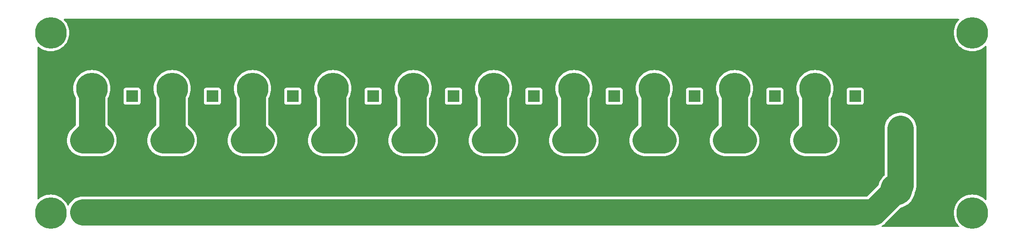
<source format=gbl>
G04 #@! TF.GenerationSoftware,KiCad,Pcbnew,6.0.4-6f826c9f35~116~ubuntu18.04.1*
G04 #@! TF.CreationDate,2022-04-20T11:54:21+08:00*
G04 #@! TF.ProjectId,XT60_connectors,58543630-5f63-46f6-9e6e-6563746f7273,rev?*
G04 #@! TF.SameCoordinates,Original*
G04 #@! TF.FileFunction,Copper,L2,Bot*
G04 #@! TF.FilePolarity,Positive*
%FSLAX46Y46*%
G04 Gerber Fmt 4.6, Leading zero omitted, Abs format (unit mm)*
G04 Created by KiCad (PCBNEW 6.0.4-6f826c9f35~116~ubuntu18.04.1) date 2022-04-20 11:54:21*
%MOMM*%
%LPD*%
G01*
G04 APERTURE LIST*
G04 Aperture macros list*
%AMRoundRect*
0 Rectangle with rounded corners*
0 $1 Rounding radius*
0 $2 $3 $4 $5 $6 $7 $8 $9 X,Y pos of 4 corners*
0 Add a 4 corners polygon primitive as box body*
4,1,4,$2,$3,$4,$5,$6,$7,$8,$9,$2,$3,0*
0 Add four circle primitives for the rounded corners*
1,1,$1+$1,$2,$3*
1,1,$1+$1,$4,$5*
1,1,$1+$1,$6,$7*
1,1,$1+$1,$8,$9*
0 Add four rect primitives between the rounded corners*
20,1,$1+$1,$2,$3,$4,$5,0*
20,1,$1+$1,$4,$5,$6,$7,0*
20,1,$1+$1,$6,$7,$8,$9,0*
20,1,$1+$1,$8,$9,$2,$3,0*%
G04 Aperture macros list end*
G04 #@! TA.AperFunction,ComponentPad*
%ADD10R,2.200000X2.200000*%
G04 #@! TD*
G04 #@! TA.AperFunction,ComponentPad*
%ADD11O,2.200000X2.200000*%
G04 #@! TD*
G04 #@! TA.AperFunction,ComponentPad*
%ADD12RoundRect,1.500000X-1.500000X1.500000X-1.500000X-1.500000X1.500000X-1.500000X1.500000X1.500000X0*%
G04 #@! TD*
G04 #@! TA.AperFunction,ComponentPad*
%ADD13C,6.000000*%
G04 #@! TD*
G04 #@! TA.AperFunction,ComponentPad*
%ADD14R,1.800000X1.200000*%
G04 #@! TD*
G04 #@! TA.AperFunction,ComponentPad*
%ADD15C,4.500000*%
G04 #@! TD*
G04 #@! TA.AperFunction,ComponentPad*
%ADD16C,3.048000*%
G04 #@! TD*
G04 #@! TA.AperFunction,ComponentPad*
%ADD17C,3.051988*%
G04 #@! TD*
G04 #@! TA.AperFunction,ComponentPad*
%ADD18C,3.068258*%
G04 #@! TD*
G04 #@! TA.AperFunction,ComponentPad*
%ADD19RoundRect,1.500000X1.500000X1.500000X-1.500000X1.500000X-1.500000X-1.500000X1.500000X-1.500000X0*%
G04 #@! TD*
G04 #@! TA.AperFunction,ViaPad*
%ADD20C,6.000000*%
G04 #@! TD*
G04 #@! TA.AperFunction,Conductor*
%ADD21C,5.000000*%
G04 #@! TD*
G04 APERTURE END LIST*
D10*
X137160000Y-55880000D03*
D11*
X137160000Y-45720000D03*
D10*
X106680000Y-55880000D03*
D11*
X106680000Y-45720000D03*
D10*
X45720000Y-55880000D03*
D11*
X45720000Y-45720000D03*
D10*
X182880000Y-55880000D03*
D11*
X182880000Y-45720000D03*
D12*
X175260000Y-47200000D03*
D13*
X175260000Y-54400000D03*
D12*
X114300000Y-47200000D03*
D13*
X114300000Y-54400000D03*
D14*
X197485000Y-51670000D03*
X197485000Y-65170000D03*
D15*
X191485000Y-54820000D03*
X191485000Y-62020000D03*
D12*
X53340000Y-47200000D03*
D13*
X53340000Y-54400000D03*
D16*
X36400000Y-64262000D03*
D17*
X39800000Y-64262000D03*
D18*
X36400000Y-77978000D03*
D17*
X39800000Y-77978000D03*
D10*
X91440000Y-55880000D03*
D11*
X91440000Y-45720000D03*
D10*
X167640000Y-55880000D03*
D11*
X167640000Y-45720000D03*
D16*
X173560000Y-64262000D03*
D17*
X176960000Y-64262000D03*
X176960000Y-77978000D03*
D18*
X173560000Y-77978000D03*
D17*
X116000000Y-64262000D03*
D16*
X112600000Y-64262000D03*
D17*
X116000000Y-77978000D03*
D18*
X112600000Y-77978000D03*
D16*
X66880000Y-64262000D03*
D17*
X70280000Y-64262000D03*
D18*
X66880000Y-77978000D03*
D17*
X70280000Y-77978000D03*
D12*
X144780000Y-47200000D03*
D13*
X144780000Y-54400000D03*
D17*
X146480000Y-64262000D03*
D16*
X143080000Y-64262000D03*
D18*
X143080000Y-77978000D03*
D17*
X146480000Y-77978000D03*
D10*
X121920000Y-55880000D03*
D11*
X121920000Y-45720000D03*
D19*
X197910000Y-73660000D03*
D13*
X190710000Y-73660000D03*
D12*
X129540000Y-47200000D03*
D13*
X129540000Y-54400000D03*
D10*
X152400000Y-55880000D03*
D11*
X152400000Y-45720000D03*
D12*
X160020000Y-47200000D03*
D13*
X160020000Y-54400000D03*
D12*
X99060000Y-47200000D03*
D13*
X99060000Y-54400000D03*
D12*
X83820000Y-47200000D03*
D13*
X83820000Y-54400000D03*
D16*
X51640000Y-64262000D03*
D17*
X55040000Y-64262000D03*
D18*
X51640000Y-77978000D03*
D17*
X55040000Y-77978000D03*
X85520000Y-64262000D03*
D16*
X82120000Y-64262000D03*
D17*
X85520000Y-77978000D03*
D18*
X82120000Y-77978000D03*
D10*
X76200000Y-55880000D03*
D11*
X76200000Y-45720000D03*
D10*
X60960000Y-55880000D03*
D11*
X60960000Y-45720000D03*
D12*
X38100000Y-47200000D03*
D13*
X38100000Y-54400000D03*
D17*
X131240000Y-64262000D03*
D16*
X127840000Y-64262000D03*
D18*
X127840000Y-77978000D03*
D17*
X131240000Y-77978000D03*
X161720000Y-64262000D03*
D16*
X158320000Y-64262000D03*
D18*
X158320000Y-77978000D03*
D17*
X161720000Y-77978000D03*
D16*
X97360000Y-64262000D03*
D17*
X100760000Y-64262000D03*
D18*
X97360000Y-77978000D03*
D17*
X100760000Y-77978000D03*
D12*
X68580000Y-47200000D03*
D13*
X68580000Y-54400000D03*
D20*
X205105000Y-43815000D03*
X30305000Y-43815000D03*
X30305000Y-78105000D03*
X205105000Y-78105000D03*
D21*
X186392000Y-77978000D02*
X176960000Y-77978000D01*
X191485000Y-72885000D02*
X186392000Y-77978000D01*
X191485000Y-62020000D02*
X191485000Y-72885000D01*
X176960000Y-77978000D02*
X36400000Y-77978000D01*
X53340000Y-62562000D02*
X51640000Y-64262000D01*
X51640000Y-64262000D02*
X55040000Y-64262000D01*
X53340000Y-62562000D02*
X55040000Y-64262000D01*
X53340000Y-54400000D02*
X53340000Y-62562000D01*
X38100000Y-54400000D02*
X38100000Y-62562000D01*
X36400000Y-64262000D02*
X39800000Y-64262000D01*
X38100000Y-62562000D02*
X36400000Y-64262000D01*
X38100000Y-62562000D02*
X39800000Y-64262000D01*
X68580000Y-54400000D02*
X68580000Y-62562000D01*
X66880000Y-64262000D02*
X70280000Y-64262000D01*
X68580000Y-62562000D02*
X66880000Y-64262000D01*
X68580000Y-62562000D02*
X70280000Y-64262000D01*
X83820000Y-54400000D02*
X83820000Y-62562000D01*
X82120000Y-64262000D02*
X85520000Y-64262000D01*
X83820000Y-62562000D02*
X85520000Y-64262000D01*
X83820000Y-62562000D02*
X82120000Y-64262000D01*
X97360000Y-64262000D02*
X100760000Y-64262000D01*
X99060000Y-62562000D02*
X100760000Y-64262000D01*
X99060000Y-62562000D02*
X97360000Y-64262000D01*
X99060000Y-54400000D02*
X99060000Y-62562000D01*
X114300000Y-62562000D02*
X116000000Y-64262000D01*
X112600000Y-64262000D02*
X116000000Y-64262000D01*
X114300000Y-54400000D02*
X114300000Y-62562000D01*
X114300000Y-62562000D02*
X112600000Y-64262000D01*
X129540000Y-62562000D02*
X131240000Y-64262000D01*
X129540000Y-62562000D02*
X127840000Y-64262000D01*
X127840000Y-64262000D02*
X131240000Y-64262000D01*
X129540000Y-54400000D02*
X129540000Y-62562000D01*
X173560000Y-64262000D02*
X176960000Y-64262000D01*
X175260000Y-62562000D02*
X176960000Y-64262000D01*
X175260000Y-54400000D02*
X175260000Y-62562000D01*
X175260000Y-62562000D02*
X173560000Y-64262000D01*
X160020000Y-62562000D02*
X158320000Y-64262000D01*
X161720000Y-64262000D02*
X158320000Y-64262000D01*
X160020000Y-54400000D02*
X160020000Y-62562000D01*
X160020000Y-62562000D02*
X161720000Y-64262000D01*
X143080000Y-64262000D02*
X146480000Y-64262000D01*
X144780000Y-54400000D02*
X144780000Y-62562000D01*
X144780000Y-62562000D02*
X146480000Y-64262000D01*
X144780000Y-62562000D02*
X143080000Y-64262000D01*
G04 #@! TA.AperFunction,Conductor*
G36*
X202573662Y-41168502D02*
G01*
X202620155Y-41222158D01*
X202630259Y-41292432D01*
X202600765Y-41357012D01*
X202594636Y-41363595D01*
X202494098Y-41464133D01*
X202262668Y-41749925D01*
X202062380Y-42058343D01*
X201895427Y-42386006D01*
X201763639Y-42729326D01*
X201668459Y-43084541D01*
X201610931Y-43447759D01*
X201591685Y-43815000D01*
X201610931Y-44182241D01*
X201668459Y-44545459D01*
X201763639Y-44900674D01*
X201895427Y-45243994D01*
X202062380Y-45571657D01*
X202262668Y-45880075D01*
X202494098Y-46165867D01*
X202754133Y-46425902D01*
X203039925Y-46657332D01*
X203348342Y-46857620D01*
X203351276Y-46859115D01*
X203351283Y-46859119D01*
X203673066Y-47023075D01*
X203676006Y-47024573D01*
X204019326Y-47156361D01*
X204374541Y-47251541D01*
X204567558Y-47282112D01*
X204734511Y-47308555D01*
X204734519Y-47308556D01*
X204737759Y-47309069D01*
X205105000Y-47328315D01*
X205472241Y-47309069D01*
X205475481Y-47308556D01*
X205475489Y-47308555D01*
X205642442Y-47282112D01*
X205835459Y-47251541D01*
X206190674Y-47156361D01*
X206533994Y-47024573D01*
X206536934Y-47023075D01*
X206858717Y-46859119D01*
X206858724Y-46859115D01*
X206861658Y-46857620D01*
X207170075Y-46657332D01*
X207455867Y-46425902D01*
X207556405Y-46325364D01*
X207618717Y-46291338D01*
X207689532Y-46296403D01*
X207746368Y-46338950D01*
X207771179Y-46405470D01*
X207771500Y-46414459D01*
X207771500Y-75505541D01*
X207751498Y-75573662D01*
X207697842Y-75620155D01*
X207627568Y-75630259D01*
X207562988Y-75600765D01*
X207556405Y-75594636D01*
X207455867Y-75494098D01*
X207170075Y-75262668D01*
X206861658Y-75062380D01*
X206858724Y-75060885D01*
X206858717Y-75060881D01*
X206536934Y-74896925D01*
X206533994Y-74895427D01*
X206190674Y-74763639D01*
X205835459Y-74668459D01*
X205642442Y-74637888D01*
X205475489Y-74611445D01*
X205475481Y-74611444D01*
X205472241Y-74610931D01*
X205105000Y-74591685D01*
X204737759Y-74610931D01*
X204734519Y-74611444D01*
X204734511Y-74611445D01*
X204567558Y-74637888D01*
X204374541Y-74668459D01*
X204019326Y-74763639D01*
X203676006Y-74895427D01*
X203673066Y-74896925D01*
X203351284Y-75060881D01*
X203351277Y-75060885D01*
X203348343Y-75062380D01*
X203345577Y-75064176D01*
X203345574Y-75064178D01*
X203141482Y-75196716D01*
X203039925Y-75262668D01*
X202754133Y-75494098D01*
X202494098Y-75754133D01*
X202262668Y-76039925D01*
X202260866Y-76042700D01*
X202111317Y-76272987D01*
X202062380Y-76348343D01*
X202060885Y-76351277D01*
X202060881Y-76351284D01*
X201921363Y-76625103D01*
X201895427Y-76676006D01*
X201763639Y-77019326D01*
X201668459Y-77374541D01*
X201610931Y-77737759D01*
X201591685Y-78105000D01*
X201610931Y-78472241D01*
X201668459Y-78835459D01*
X201763639Y-79190674D01*
X201895427Y-79533994D01*
X201896925Y-79536934D01*
X201993547Y-79726564D01*
X202062380Y-79861657D01*
X202262668Y-80170075D01*
X202494098Y-80455867D01*
X202594636Y-80556405D01*
X202628662Y-80618717D01*
X202623597Y-80689532D01*
X202581050Y-80746368D01*
X202514530Y-80771179D01*
X202505541Y-80771500D01*
X188042041Y-80771500D01*
X187973920Y-80751498D01*
X187927427Y-80697842D01*
X187917323Y-80627568D01*
X187946817Y-80562988D01*
X187979614Y-80536052D01*
X188030173Y-80507214D01*
X188033324Y-80505417D01*
X188106987Y-80451305D01*
X188112405Y-80447540D01*
X188185756Y-80399358D01*
X188185760Y-80399355D01*
X188188782Y-80397370D01*
X188191563Y-80395045D01*
X188191568Y-80395041D01*
X188246294Y-80349284D01*
X188252522Y-80344400D01*
X188279793Y-80324367D01*
X188312940Y-80300018D01*
X188379897Y-80237798D01*
X188384829Y-80233450D01*
X188423779Y-80200883D01*
X188476740Y-80147922D01*
X188480064Y-80144717D01*
X188564441Y-80066309D01*
X188567096Y-80063842D01*
X188600628Y-80024582D01*
X188607333Y-80017329D01*
X191536334Y-77088328D01*
X191592817Y-77055716D01*
X191795674Y-77001361D01*
X192138994Y-76869573D01*
X192141934Y-76868075D01*
X192463717Y-76704119D01*
X192463724Y-76704115D01*
X192466658Y-76702620D01*
X192481215Y-76693167D01*
X192772300Y-76504134D01*
X192775075Y-76502332D01*
X193060867Y-76270902D01*
X193320902Y-76010867D01*
X193552332Y-75725075D01*
X193700807Y-75496442D01*
X193750822Y-75419426D01*
X193750824Y-75419423D01*
X193752620Y-75416657D01*
X193822006Y-75280481D01*
X193918075Y-75091934D01*
X193919573Y-75088994D01*
X194051361Y-74745674D01*
X194146541Y-74390459D01*
X194165999Y-74267604D01*
X194179717Y-74227192D01*
X194210052Y-74171321D01*
X194211786Y-74168128D01*
X194245875Y-74083330D01*
X194248493Y-74077279D01*
X194285449Y-73997664D01*
X194285451Y-73997659D01*
X194286973Y-73994380D01*
X194310515Y-73923197D01*
X194313234Y-73915767D01*
X194339840Y-73849584D01*
X194339842Y-73849579D01*
X194341194Y-73846215D01*
X194365311Y-73758059D01*
X194367217Y-73751744D01*
X194394773Y-73668423D01*
X194395913Y-73664977D01*
X194411113Y-73591577D01*
X194412961Y-73583880D01*
X194431786Y-73515068D01*
X194431787Y-73515065D01*
X194432745Y-73511562D01*
X194446570Y-73421216D01*
X194447738Y-73414724D01*
X194465532Y-73328801D01*
X194465533Y-73328796D01*
X194466270Y-73325236D01*
X194472933Y-73250577D01*
X194473884Y-73242719D01*
X194484675Y-73172198D01*
X194485225Y-73168605D01*
X194488574Y-73077272D01*
X194488988Y-73070689D01*
X194493251Y-73022926D01*
X194493251Y-73022916D01*
X194493500Y-73020131D01*
X194493500Y-72945223D01*
X194493585Y-72940606D01*
X194497805Y-72825527D01*
X194497805Y-72825520D01*
X194497938Y-72821888D01*
X194493888Y-72770427D01*
X194493500Y-72760541D01*
X194493500Y-61931568D01*
X194478627Y-61673626D01*
X194418976Y-61331842D01*
X194414236Y-61315838D01*
X194378482Y-61195137D01*
X194320437Y-60999180D01*
X194184316Y-60680048D01*
X194134569Y-60592831D01*
X194014208Y-60381816D01*
X194012417Y-60378676D01*
X193807018Y-60099060D01*
X193570842Y-59844904D01*
X193307019Y-59619578D01*
X193019047Y-59426069D01*
X192710741Y-59266940D01*
X192386189Y-59144302D01*
X192382668Y-59143418D01*
X192382663Y-59143416D01*
X192221378Y-59102904D01*
X192049692Y-59059780D01*
X192027476Y-59056855D01*
X191709315Y-59014968D01*
X191709307Y-59014967D01*
X191705711Y-59014494D01*
X191561045Y-59012221D01*
X191362446Y-59009101D01*
X191362442Y-59009101D01*
X191358804Y-59009044D01*
X191355190Y-59009405D01*
X191355184Y-59009405D01*
X191111843Y-59033694D01*
X191013569Y-59043503D01*
X190674583Y-59117414D01*
X190671156Y-59118587D01*
X190671150Y-59118589D01*
X190592296Y-59145587D01*
X190346339Y-59229797D01*
X190033188Y-59379163D01*
X189739279Y-59563532D01*
X189736443Y-59565804D01*
X189736436Y-59565809D01*
X189492384Y-59761332D01*
X189468509Y-59780459D01*
X189224466Y-60027071D01*
X189222225Y-60029929D01*
X189165732Y-60101978D01*
X189010386Y-60300098D01*
X189008493Y-60303187D01*
X189008491Y-60303190D01*
X188962233Y-60378676D01*
X188829105Y-60595921D01*
X188827580Y-60599206D01*
X188827578Y-60599210D01*
X188788505Y-60683386D01*
X188683027Y-60910620D01*
X188574087Y-61240023D01*
X188503730Y-61579764D01*
X188476500Y-61884869D01*
X188476500Y-70893958D01*
X188456498Y-70962079D01*
X188429795Y-70991877D01*
X188359133Y-71049098D01*
X188099098Y-71309133D01*
X187867668Y-71594925D01*
X187667380Y-71903343D01*
X187500427Y-72231006D01*
X187368639Y-72574326D01*
X187367785Y-72577512D01*
X187367783Y-72577519D01*
X187314283Y-72777183D01*
X187281671Y-72833667D01*
X185182743Y-74932595D01*
X185120431Y-74966621D01*
X185093648Y-74969500D01*
X36311568Y-74969500D01*
X36309749Y-74969605D01*
X36309745Y-74969605D01*
X36057246Y-74984164D01*
X36057241Y-74984165D01*
X36053626Y-74984373D01*
X35980160Y-74997195D01*
X35715415Y-75043400D01*
X35715408Y-75043402D01*
X35711842Y-75044024D01*
X35708367Y-75045053D01*
X35708360Y-75045055D01*
X35643803Y-75064178D01*
X35379180Y-75142563D01*
X35375844Y-75143986D01*
X35375841Y-75143987D01*
X35063386Y-75277260D01*
X35063383Y-75277262D01*
X35060048Y-75278684D01*
X35056901Y-75280479D01*
X35056897Y-75280481D01*
X34945857Y-75343817D01*
X34758676Y-75450583D01*
X34755764Y-75452722D01*
X34755761Y-75452724D01*
X34702276Y-75492013D01*
X34479060Y-75655982D01*
X34224904Y-75892158D01*
X33999578Y-76155981D01*
X33806069Y-76443953D01*
X33804408Y-76447170D01*
X33804408Y-76447171D01*
X33712570Y-76625103D01*
X33663552Y-76676462D01*
X33594548Y-76693167D01*
X33527468Y-76669915D01*
X33488337Y-76624516D01*
X33349119Y-76351284D01*
X33349115Y-76351277D01*
X33347620Y-76348343D01*
X33298684Y-76272987D01*
X33149134Y-76042700D01*
X33147332Y-76039925D01*
X32915902Y-75754133D01*
X32655867Y-75494098D01*
X32370075Y-75262668D01*
X32061658Y-75062380D01*
X32058724Y-75060885D01*
X32058717Y-75060881D01*
X31736934Y-74896925D01*
X31733994Y-74895427D01*
X31390674Y-74763639D01*
X31035459Y-74668459D01*
X30842442Y-74637888D01*
X30675489Y-74611445D01*
X30675481Y-74611444D01*
X30672241Y-74610931D01*
X30305000Y-74591685D01*
X29937759Y-74610931D01*
X29934519Y-74611444D01*
X29934511Y-74611445D01*
X29767558Y-74637888D01*
X29574541Y-74668459D01*
X29219326Y-74763639D01*
X28876006Y-74895427D01*
X28873066Y-74896925D01*
X28551284Y-75060881D01*
X28551277Y-75060885D01*
X28548343Y-75062380D01*
X28545577Y-75064176D01*
X28545574Y-75064178D01*
X28341482Y-75196716D01*
X28239925Y-75262668D01*
X28018792Y-75441738D01*
X27953267Y-75469063D01*
X27883369Y-75456623D01*
X27831292Y-75408369D01*
X27813500Y-75343817D01*
X27813500Y-64325112D01*
X33387062Y-64325112D01*
X33389075Y-64350698D01*
X33389447Y-64362544D01*
X33389044Y-64388196D01*
X33389405Y-64391811D01*
X33389405Y-64391816D01*
X33403012Y-64528138D01*
X33403245Y-64530744D01*
X33414283Y-64670993D01*
X33414981Y-64674553D01*
X33414982Y-64674557D01*
X33419221Y-64696164D01*
X33420955Y-64707905D01*
X33423503Y-64733431D01*
X33424274Y-64736968D01*
X33424275Y-64736973D01*
X33453471Y-64870877D01*
X33454006Y-64873461D01*
X33481079Y-65011451D01*
X33488355Y-65034249D01*
X33488874Y-65035876D01*
X33491945Y-65047339D01*
X33496638Y-65068860D01*
X33497414Y-65072417D01*
X33508975Y-65106184D01*
X33542986Y-65205523D01*
X33543814Y-65208028D01*
X33586563Y-65341978D01*
X33588057Y-65345286D01*
X33597118Y-65365355D01*
X33601487Y-65376390D01*
X33609797Y-65400661D01*
X33639885Y-65463742D01*
X33670346Y-65527605D01*
X33671457Y-65529998D01*
X33729338Y-65658189D01*
X33742519Y-65680212D01*
X33748118Y-65690654D01*
X33759163Y-65713812D01*
X33833931Y-65833002D01*
X33835223Y-65835109D01*
X33907511Y-65955894D01*
X33909722Y-65958775D01*
X33923123Y-65976240D01*
X33929897Y-65985986D01*
X33941601Y-66004643D01*
X33943532Y-66007721D01*
X33945801Y-66010553D01*
X34031488Y-66117509D01*
X34033115Y-66119585D01*
X34118720Y-66231147D01*
X34136573Y-66249570D01*
X34144413Y-66258463D01*
X34160459Y-66278491D01*
X34163031Y-66281036D01*
X34163047Y-66281054D01*
X34260452Y-66377444D01*
X34262308Y-66379319D01*
X34360167Y-66480301D01*
X34362976Y-66482600D01*
X34362978Y-66482602D01*
X34380012Y-66496544D01*
X34388834Y-66504487D01*
X34407071Y-66522534D01*
X34517771Y-66609333D01*
X34519785Y-66610946D01*
X34628651Y-66700053D01*
X34648102Y-66712540D01*
X34650243Y-66713915D01*
X34659918Y-66720791D01*
X34680098Y-66736614D01*
X34712313Y-66756355D01*
X34800007Y-66810094D01*
X34802243Y-66811497D01*
X34920613Y-66887490D01*
X34923866Y-66889083D01*
X34923872Y-66889087D01*
X34943657Y-66898779D01*
X34954060Y-66904499D01*
X34972818Y-66915994D01*
X34972825Y-66915998D01*
X34975921Y-66917895D01*
X34979201Y-66919418D01*
X34979215Y-66919425D01*
X35103480Y-66977106D01*
X35105862Y-66978243D01*
X35228919Y-67038528D01*
X35228933Y-67038534D01*
X35232183Y-67040126D01*
X35235598Y-67041335D01*
X35235602Y-67041337D01*
X35256370Y-67048691D01*
X35267349Y-67053171D01*
X35290620Y-67063973D01*
X35294067Y-67065113D01*
X35424139Y-67108130D01*
X35426636Y-67108985D01*
X35559232Y-67155940D01*
X35584235Y-67161666D01*
X35595668Y-67164858D01*
X35620023Y-67172913D01*
X35757780Y-67201441D01*
X35760299Y-67201990D01*
X35897426Y-67233396D01*
X35910781Y-67234870D01*
X35922915Y-67236210D01*
X35934638Y-67238067D01*
X35956198Y-67242532D01*
X35956207Y-67242533D01*
X35959764Y-67243270D01*
X36099877Y-67255775D01*
X36102467Y-67256033D01*
X36242280Y-67271469D01*
X36427024Y-67270502D01*
X36427684Y-67270500D01*
X39739787Y-67270500D01*
X39744404Y-67270585D01*
X39859473Y-67274805D01*
X39859481Y-67274805D01*
X39863112Y-67274938D01*
X39866732Y-67274653D01*
X39866736Y-67274653D01*
X40003357Y-67263901D01*
X40005989Y-67263722D01*
X40142756Y-67255836D01*
X40142763Y-67255835D01*
X40146374Y-67255627D01*
X40153413Y-67254399D01*
X40171638Y-67251218D01*
X40183415Y-67249730D01*
X40194973Y-67248820D01*
X40208993Y-67247717D01*
X40347071Y-67220627D01*
X40349580Y-67220162D01*
X40488158Y-67195976D01*
X40491623Y-67194950D01*
X40491634Y-67194947D01*
X40512751Y-67188691D01*
X40524285Y-67185858D01*
X40545889Y-67181620D01*
X40545892Y-67181619D01*
X40549451Y-67180921D01*
X40683452Y-67138156D01*
X40685968Y-67137382D01*
X40820820Y-67097437D01*
X40844420Y-67087371D01*
X40855529Y-67083240D01*
X40879978Y-67075437D01*
X41008230Y-67017529D01*
X41010548Y-67016512D01*
X41139952Y-66961316D01*
X41162235Y-66948606D01*
X41172809Y-66943219D01*
X41177070Y-66941295D01*
X41196189Y-66932662D01*
X41199289Y-66930806D01*
X41199296Y-66930803D01*
X41316837Y-66860456D01*
X41319115Y-66859125D01*
X41438171Y-66791216D01*
X41438178Y-66791211D01*
X41441324Y-66789417D01*
X41462003Y-66774226D01*
X41471892Y-66767657D01*
X41490777Y-66756355D01*
X41490783Y-66756351D01*
X41493894Y-66754489D01*
X41605480Y-66668866D01*
X41607581Y-66667288D01*
X41718016Y-66586166D01*
X41718017Y-66586165D01*
X41720940Y-66584018D01*
X41739731Y-66566557D01*
X41748794Y-66558898D01*
X41766264Y-66545493D01*
X41766271Y-66545487D01*
X41769147Y-66543280D01*
X41813490Y-66500309D01*
X41870129Y-66445421D01*
X41872044Y-66443604D01*
X41972433Y-66350317D01*
X41972437Y-66350313D01*
X41975096Y-66347842D01*
X41977453Y-66345082D01*
X41977458Y-66345077D01*
X41991762Y-66328329D01*
X41999877Y-66319687D01*
X42018301Y-66301833D01*
X42076157Y-66231147D01*
X42107398Y-66192978D01*
X42109091Y-66190954D01*
X42198058Y-66086787D01*
X42198059Y-66086786D01*
X42200422Y-66084019D01*
X42202454Y-66080995D01*
X42214728Y-66062730D01*
X42221805Y-66053200D01*
X42235752Y-66036160D01*
X42238053Y-66033349D01*
X42271687Y-65980960D01*
X42314039Y-65914990D01*
X42315487Y-65912784D01*
X42391909Y-65799057D01*
X42391914Y-65799049D01*
X42393931Y-65796047D01*
X42395599Y-65792816D01*
X42405694Y-65773257D01*
X42411631Y-65762974D01*
X42423526Y-65744446D01*
X42425490Y-65741387D01*
X42487360Y-65615095D01*
X42488545Y-65612737D01*
X42551396Y-65490965D01*
X42553060Y-65487741D01*
X42562129Y-65463742D01*
X42566843Y-65452849D01*
X42576530Y-65433075D01*
X42576530Y-65433074D01*
X42578126Y-65429817D01*
X42625072Y-65297245D01*
X42625979Y-65294767D01*
X42674414Y-65166587D01*
X42675698Y-65163189D01*
X42676581Y-65159673D01*
X42676584Y-65159664D01*
X42681948Y-65138307D01*
X42685374Y-65126957D01*
X42693940Y-65102768D01*
X42700892Y-65072417D01*
X42725335Y-64965690D01*
X42725951Y-64963124D01*
X42760220Y-64826692D01*
X42763570Y-64801247D01*
X42765672Y-64789566D01*
X42770584Y-64768120D01*
X42770584Y-64768118D01*
X42771396Y-64764574D01*
X42774444Y-64736973D01*
X42786826Y-64624808D01*
X42787143Y-64622187D01*
X42805032Y-64486312D01*
X42805032Y-64486310D01*
X42805506Y-64482711D01*
X42805909Y-64457067D01*
X42806654Y-64445221D01*
X42809071Y-64423325D01*
X42809071Y-64423324D01*
X42809469Y-64419720D01*
X42808974Y-64325112D01*
X48627062Y-64325112D01*
X48629075Y-64350698D01*
X48629447Y-64362544D01*
X48629044Y-64388196D01*
X48629405Y-64391811D01*
X48629405Y-64391816D01*
X48643012Y-64528138D01*
X48643245Y-64530744D01*
X48654283Y-64670993D01*
X48654981Y-64674553D01*
X48654982Y-64674557D01*
X48659221Y-64696164D01*
X48660955Y-64707905D01*
X48663503Y-64733431D01*
X48664274Y-64736968D01*
X48664275Y-64736973D01*
X48693471Y-64870877D01*
X48694006Y-64873461D01*
X48721079Y-65011451D01*
X48728355Y-65034249D01*
X48728874Y-65035876D01*
X48731945Y-65047339D01*
X48736638Y-65068860D01*
X48737414Y-65072417D01*
X48748975Y-65106184D01*
X48782986Y-65205523D01*
X48783814Y-65208028D01*
X48826563Y-65341978D01*
X48828057Y-65345286D01*
X48837118Y-65365355D01*
X48841487Y-65376390D01*
X48849797Y-65400661D01*
X48879885Y-65463742D01*
X48910346Y-65527605D01*
X48911457Y-65529998D01*
X48969338Y-65658189D01*
X48982519Y-65680212D01*
X48988118Y-65690654D01*
X48999163Y-65713812D01*
X49073931Y-65833002D01*
X49075223Y-65835109D01*
X49147511Y-65955894D01*
X49149722Y-65958775D01*
X49163123Y-65976240D01*
X49169897Y-65985986D01*
X49181601Y-66004643D01*
X49183532Y-66007721D01*
X49185801Y-66010553D01*
X49271488Y-66117509D01*
X49273115Y-66119585D01*
X49358720Y-66231147D01*
X49376573Y-66249570D01*
X49384413Y-66258463D01*
X49400459Y-66278491D01*
X49403031Y-66281036D01*
X49403047Y-66281054D01*
X49500452Y-66377444D01*
X49502308Y-66379319D01*
X49600167Y-66480301D01*
X49602976Y-66482600D01*
X49602978Y-66482602D01*
X49620012Y-66496544D01*
X49628834Y-66504487D01*
X49647071Y-66522534D01*
X49757771Y-66609333D01*
X49759785Y-66610946D01*
X49868651Y-66700053D01*
X49888102Y-66712540D01*
X49890243Y-66713915D01*
X49899918Y-66720791D01*
X49920098Y-66736614D01*
X49952313Y-66756355D01*
X50040007Y-66810094D01*
X50042243Y-66811497D01*
X50160613Y-66887490D01*
X50163866Y-66889083D01*
X50163872Y-66889087D01*
X50183657Y-66898779D01*
X50194060Y-66904499D01*
X50212818Y-66915994D01*
X50212825Y-66915998D01*
X50215921Y-66917895D01*
X50219201Y-66919418D01*
X50219215Y-66919425D01*
X50343480Y-66977106D01*
X50345862Y-66978243D01*
X50468919Y-67038528D01*
X50468933Y-67038534D01*
X50472183Y-67040126D01*
X50475598Y-67041335D01*
X50475602Y-67041337D01*
X50496370Y-67048691D01*
X50507349Y-67053171D01*
X50530620Y-67063973D01*
X50534067Y-67065113D01*
X50664139Y-67108130D01*
X50666636Y-67108985D01*
X50799232Y-67155940D01*
X50824235Y-67161666D01*
X50835668Y-67164858D01*
X50860023Y-67172913D01*
X50997780Y-67201441D01*
X51000299Y-67201990D01*
X51137426Y-67233396D01*
X51150781Y-67234870D01*
X51162915Y-67236210D01*
X51174638Y-67238067D01*
X51196198Y-67242532D01*
X51196207Y-67242533D01*
X51199764Y-67243270D01*
X51339877Y-67255775D01*
X51342467Y-67256033D01*
X51482280Y-67271469D01*
X51667024Y-67270502D01*
X51667684Y-67270500D01*
X54979787Y-67270500D01*
X54984404Y-67270585D01*
X55099473Y-67274805D01*
X55099481Y-67274805D01*
X55103112Y-67274938D01*
X55106732Y-67274653D01*
X55106736Y-67274653D01*
X55243357Y-67263901D01*
X55245989Y-67263722D01*
X55382756Y-67255836D01*
X55382763Y-67255835D01*
X55386374Y-67255627D01*
X55393413Y-67254399D01*
X55411638Y-67251218D01*
X55423415Y-67249730D01*
X55434973Y-67248820D01*
X55448993Y-67247717D01*
X55587071Y-67220627D01*
X55589580Y-67220162D01*
X55728158Y-67195976D01*
X55731623Y-67194950D01*
X55731634Y-67194947D01*
X55752751Y-67188691D01*
X55764285Y-67185858D01*
X55785889Y-67181620D01*
X55785892Y-67181619D01*
X55789451Y-67180921D01*
X55923452Y-67138156D01*
X55925968Y-67137382D01*
X56060820Y-67097437D01*
X56084420Y-67087371D01*
X56095529Y-67083240D01*
X56119978Y-67075437D01*
X56248230Y-67017529D01*
X56250548Y-67016512D01*
X56379952Y-66961316D01*
X56402235Y-66948606D01*
X56412809Y-66943219D01*
X56417070Y-66941295D01*
X56436189Y-66932662D01*
X56439289Y-66930806D01*
X56439296Y-66930803D01*
X56556837Y-66860456D01*
X56559115Y-66859125D01*
X56678171Y-66791216D01*
X56678178Y-66791211D01*
X56681324Y-66789417D01*
X56702003Y-66774226D01*
X56711892Y-66767657D01*
X56730777Y-66756355D01*
X56730783Y-66756351D01*
X56733894Y-66754489D01*
X56845480Y-66668866D01*
X56847581Y-66667288D01*
X56958016Y-66586166D01*
X56958017Y-66586165D01*
X56960940Y-66584018D01*
X56979731Y-66566557D01*
X56988794Y-66558898D01*
X57006264Y-66545493D01*
X57006271Y-66545487D01*
X57009147Y-66543280D01*
X57053490Y-66500309D01*
X57110129Y-66445421D01*
X57112044Y-66443604D01*
X57212433Y-66350317D01*
X57212437Y-66350313D01*
X57215096Y-66347842D01*
X57217453Y-66345082D01*
X57217458Y-66345077D01*
X57231762Y-66328329D01*
X57239877Y-66319687D01*
X57258301Y-66301833D01*
X57316157Y-66231147D01*
X57347398Y-66192978D01*
X57349091Y-66190954D01*
X57438058Y-66086787D01*
X57438059Y-66086786D01*
X57440422Y-66084019D01*
X57442454Y-66080995D01*
X57454728Y-66062730D01*
X57461805Y-66053200D01*
X57475752Y-66036160D01*
X57478053Y-66033349D01*
X57511687Y-65980960D01*
X57554039Y-65914990D01*
X57555487Y-65912784D01*
X57631909Y-65799057D01*
X57631914Y-65799049D01*
X57633931Y-65796047D01*
X57635599Y-65792816D01*
X57645694Y-65773257D01*
X57651631Y-65762974D01*
X57663526Y-65744446D01*
X57665490Y-65741387D01*
X57727360Y-65615095D01*
X57728545Y-65612737D01*
X57791396Y-65490965D01*
X57793060Y-65487741D01*
X57802129Y-65463742D01*
X57806843Y-65452849D01*
X57816530Y-65433075D01*
X57816530Y-65433074D01*
X57818126Y-65429817D01*
X57865072Y-65297245D01*
X57865979Y-65294767D01*
X57914414Y-65166587D01*
X57915698Y-65163189D01*
X57916581Y-65159673D01*
X57916584Y-65159664D01*
X57921948Y-65138307D01*
X57925374Y-65126957D01*
X57933940Y-65102768D01*
X57940892Y-65072417D01*
X57965335Y-64965690D01*
X57965951Y-64963124D01*
X58000220Y-64826692D01*
X58003570Y-64801247D01*
X58005672Y-64789566D01*
X58010584Y-64768120D01*
X58010584Y-64768118D01*
X58011396Y-64764574D01*
X58014444Y-64736973D01*
X58026826Y-64624808D01*
X58027143Y-64622187D01*
X58045032Y-64486312D01*
X58045032Y-64486310D01*
X58045506Y-64482711D01*
X58045909Y-64457067D01*
X58046654Y-64445221D01*
X58049071Y-64423325D01*
X58049071Y-64423324D01*
X58049469Y-64419720D01*
X58048974Y-64325112D01*
X63867062Y-64325112D01*
X63869075Y-64350698D01*
X63869447Y-64362544D01*
X63869044Y-64388196D01*
X63869405Y-64391811D01*
X63869405Y-64391816D01*
X63883012Y-64528138D01*
X63883245Y-64530744D01*
X63894283Y-64670993D01*
X63894981Y-64674553D01*
X63894982Y-64674557D01*
X63899221Y-64696164D01*
X63900955Y-64707905D01*
X63903503Y-64733431D01*
X63904274Y-64736968D01*
X63904275Y-64736973D01*
X63933471Y-64870877D01*
X63934006Y-64873461D01*
X63961079Y-65011451D01*
X63968355Y-65034249D01*
X63968874Y-65035876D01*
X63971945Y-65047339D01*
X63976638Y-65068860D01*
X63977414Y-65072417D01*
X63988975Y-65106184D01*
X64022986Y-65205523D01*
X64023814Y-65208028D01*
X64066563Y-65341978D01*
X64068057Y-65345286D01*
X64077118Y-65365355D01*
X64081487Y-65376390D01*
X64089797Y-65400661D01*
X64119885Y-65463742D01*
X64150346Y-65527605D01*
X64151457Y-65529998D01*
X64209338Y-65658189D01*
X64222519Y-65680212D01*
X64228118Y-65690654D01*
X64239163Y-65713812D01*
X64313931Y-65833002D01*
X64315223Y-65835109D01*
X64387511Y-65955894D01*
X64389722Y-65958775D01*
X64403123Y-65976240D01*
X64409897Y-65985986D01*
X64421601Y-66004643D01*
X64423532Y-66007721D01*
X64425801Y-66010553D01*
X64511488Y-66117509D01*
X64513115Y-66119585D01*
X64598720Y-66231147D01*
X64616573Y-66249570D01*
X64624413Y-66258463D01*
X64640459Y-66278491D01*
X64643031Y-66281036D01*
X64643047Y-66281054D01*
X64740452Y-66377444D01*
X64742308Y-66379319D01*
X64840167Y-66480301D01*
X64842976Y-66482600D01*
X64842978Y-66482602D01*
X64860012Y-66496544D01*
X64868834Y-66504487D01*
X64887071Y-66522534D01*
X64997771Y-66609333D01*
X64999785Y-66610946D01*
X65108651Y-66700053D01*
X65128102Y-66712540D01*
X65130243Y-66713915D01*
X65139918Y-66720791D01*
X65160098Y-66736614D01*
X65192313Y-66756355D01*
X65280007Y-66810094D01*
X65282243Y-66811497D01*
X65400613Y-66887490D01*
X65403866Y-66889083D01*
X65403872Y-66889087D01*
X65423657Y-66898779D01*
X65434060Y-66904499D01*
X65452818Y-66915994D01*
X65452825Y-66915998D01*
X65455921Y-66917895D01*
X65459201Y-66919418D01*
X65459215Y-66919425D01*
X65583480Y-66977106D01*
X65585862Y-66978243D01*
X65708919Y-67038528D01*
X65708933Y-67038534D01*
X65712183Y-67040126D01*
X65715598Y-67041335D01*
X65715602Y-67041337D01*
X65736370Y-67048691D01*
X65747349Y-67053171D01*
X65770620Y-67063973D01*
X65774067Y-67065113D01*
X65904139Y-67108130D01*
X65906636Y-67108985D01*
X66039232Y-67155940D01*
X66064235Y-67161666D01*
X66075668Y-67164858D01*
X66100023Y-67172913D01*
X66237780Y-67201441D01*
X66240299Y-67201990D01*
X66377426Y-67233396D01*
X66390781Y-67234870D01*
X66402915Y-67236210D01*
X66414638Y-67238067D01*
X66436198Y-67242532D01*
X66436207Y-67242533D01*
X66439764Y-67243270D01*
X66579877Y-67255775D01*
X66582467Y-67256033D01*
X66722280Y-67271469D01*
X66907024Y-67270502D01*
X66907684Y-67270500D01*
X70219787Y-67270500D01*
X70224404Y-67270585D01*
X70339473Y-67274805D01*
X70339481Y-67274805D01*
X70343112Y-67274938D01*
X70346732Y-67274653D01*
X70346736Y-67274653D01*
X70483357Y-67263901D01*
X70485989Y-67263722D01*
X70622756Y-67255836D01*
X70622763Y-67255835D01*
X70626374Y-67255627D01*
X70633413Y-67254399D01*
X70651638Y-67251218D01*
X70663415Y-67249730D01*
X70674973Y-67248820D01*
X70688993Y-67247717D01*
X70827071Y-67220627D01*
X70829580Y-67220162D01*
X70968158Y-67195976D01*
X70971623Y-67194950D01*
X70971634Y-67194947D01*
X70992751Y-67188691D01*
X71004285Y-67185858D01*
X71025889Y-67181620D01*
X71025892Y-67181619D01*
X71029451Y-67180921D01*
X71163452Y-67138156D01*
X71165968Y-67137382D01*
X71300820Y-67097437D01*
X71324420Y-67087371D01*
X71335529Y-67083240D01*
X71359978Y-67075437D01*
X71488230Y-67017529D01*
X71490548Y-67016512D01*
X71619952Y-66961316D01*
X71642235Y-66948606D01*
X71652809Y-66943219D01*
X71657070Y-66941295D01*
X71676189Y-66932662D01*
X71679289Y-66930806D01*
X71679296Y-66930803D01*
X71796837Y-66860456D01*
X71799115Y-66859125D01*
X71918171Y-66791216D01*
X71918178Y-66791211D01*
X71921324Y-66789417D01*
X71942003Y-66774226D01*
X71951892Y-66767657D01*
X71970777Y-66756355D01*
X71970783Y-66756351D01*
X71973894Y-66754489D01*
X72085480Y-66668866D01*
X72087581Y-66667288D01*
X72198016Y-66586166D01*
X72198017Y-66586165D01*
X72200940Y-66584018D01*
X72219731Y-66566557D01*
X72228794Y-66558898D01*
X72246264Y-66545493D01*
X72246271Y-66545487D01*
X72249147Y-66543280D01*
X72293490Y-66500309D01*
X72350129Y-66445421D01*
X72352044Y-66443604D01*
X72452433Y-66350317D01*
X72452437Y-66350313D01*
X72455096Y-66347842D01*
X72457453Y-66345082D01*
X72457458Y-66345077D01*
X72471762Y-66328329D01*
X72479877Y-66319687D01*
X72498301Y-66301833D01*
X72556157Y-66231147D01*
X72587398Y-66192978D01*
X72589091Y-66190954D01*
X72678058Y-66086787D01*
X72678059Y-66086786D01*
X72680422Y-66084019D01*
X72682454Y-66080995D01*
X72694728Y-66062730D01*
X72701805Y-66053200D01*
X72715752Y-66036160D01*
X72718053Y-66033349D01*
X72751687Y-65980960D01*
X72794039Y-65914990D01*
X72795487Y-65912784D01*
X72871909Y-65799057D01*
X72871914Y-65799049D01*
X72873931Y-65796047D01*
X72875599Y-65792816D01*
X72885694Y-65773257D01*
X72891631Y-65762974D01*
X72903526Y-65744446D01*
X72905490Y-65741387D01*
X72967360Y-65615095D01*
X72968545Y-65612737D01*
X73031396Y-65490965D01*
X73033060Y-65487741D01*
X73042129Y-65463742D01*
X73046843Y-65452849D01*
X73056530Y-65433075D01*
X73056530Y-65433074D01*
X73058126Y-65429817D01*
X73105072Y-65297245D01*
X73105979Y-65294767D01*
X73154414Y-65166587D01*
X73155698Y-65163189D01*
X73156581Y-65159673D01*
X73156584Y-65159664D01*
X73161948Y-65138307D01*
X73165374Y-65126957D01*
X73173940Y-65102768D01*
X73180892Y-65072417D01*
X73205335Y-64965690D01*
X73205951Y-64963124D01*
X73240220Y-64826692D01*
X73243570Y-64801247D01*
X73245672Y-64789566D01*
X73250584Y-64768120D01*
X73250584Y-64768118D01*
X73251396Y-64764574D01*
X73254444Y-64736973D01*
X73266826Y-64624808D01*
X73267143Y-64622187D01*
X73285032Y-64486312D01*
X73285032Y-64486310D01*
X73285506Y-64482711D01*
X73285909Y-64457067D01*
X73286654Y-64445221D01*
X73289071Y-64423325D01*
X73289071Y-64423324D01*
X73289469Y-64419720D01*
X73288974Y-64325112D01*
X79107062Y-64325112D01*
X79109075Y-64350698D01*
X79109447Y-64362544D01*
X79109044Y-64388196D01*
X79109405Y-64391811D01*
X79109405Y-64391816D01*
X79123012Y-64528138D01*
X79123245Y-64530744D01*
X79134283Y-64670993D01*
X79134981Y-64674553D01*
X79134982Y-64674557D01*
X79139221Y-64696164D01*
X79140955Y-64707905D01*
X79143503Y-64733431D01*
X79144274Y-64736968D01*
X79144275Y-64736973D01*
X79173471Y-64870877D01*
X79174006Y-64873461D01*
X79201079Y-65011451D01*
X79208355Y-65034249D01*
X79208874Y-65035876D01*
X79211945Y-65047339D01*
X79216638Y-65068860D01*
X79217414Y-65072417D01*
X79228975Y-65106184D01*
X79262986Y-65205523D01*
X79263814Y-65208028D01*
X79306563Y-65341978D01*
X79308057Y-65345286D01*
X79317118Y-65365355D01*
X79321487Y-65376390D01*
X79329797Y-65400661D01*
X79359885Y-65463742D01*
X79390346Y-65527605D01*
X79391457Y-65529998D01*
X79449338Y-65658189D01*
X79462519Y-65680212D01*
X79468118Y-65690654D01*
X79479163Y-65713812D01*
X79553931Y-65833002D01*
X79555223Y-65835109D01*
X79627511Y-65955894D01*
X79629722Y-65958775D01*
X79643123Y-65976240D01*
X79649897Y-65985986D01*
X79661601Y-66004643D01*
X79663532Y-66007721D01*
X79665801Y-66010553D01*
X79751488Y-66117509D01*
X79753115Y-66119585D01*
X79838720Y-66231147D01*
X79856573Y-66249570D01*
X79864413Y-66258463D01*
X79880459Y-66278491D01*
X79883031Y-66281036D01*
X79883047Y-66281054D01*
X79980452Y-66377444D01*
X79982308Y-66379319D01*
X80080167Y-66480301D01*
X80082976Y-66482600D01*
X80082978Y-66482602D01*
X80100012Y-66496544D01*
X80108834Y-66504487D01*
X80127071Y-66522534D01*
X80237771Y-66609333D01*
X80239785Y-66610946D01*
X80348651Y-66700053D01*
X80368102Y-66712540D01*
X80370243Y-66713915D01*
X80379918Y-66720791D01*
X80400098Y-66736614D01*
X80432313Y-66756355D01*
X80520007Y-66810094D01*
X80522243Y-66811497D01*
X80640613Y-66887490D01*
X80643866Y-66889083D01*
X80643872Y-66889087D01*
X80663657Y-66898779D01*
X80674060Y-66904499D01*
X80692818Y-66915994D01*
X80692825Y-66915998D01*
X80695921Y-66917895D01*
X80699201Y-66919418D01*
X80699215Y-66919425D01*
X80823480Y-66977106D01*
X80825862Y-66978243D01*
X80948919Y-67038528D01*
X80948933Y-67038534D01*
X80952183Y-67040126D01*
X80955598Y-67041335D01*
X80955602Y-67041337D01*
X80976370Y-67048691D01*
X80987349Y-67053171D01*
X81010620Y-67063973D01*
X81014067Y-67065113D01*
X81144139Y-67108130D01*
X81146636Y-67108985D01*
X81279232Y-67155940D01*
X81304235Y-67161666D01*
X81315668Y-67164858D01*
X81340023Y-67172913D01*
X81477780Y-67201441D01*
X81480299Y-67201990D01*
X81617426Y-67233396D01*
X81630781Y-67234870D01*
X81642915Y-67236210D01*
X81654638Y-67238067D01*
X81676198Y-67242532D01*
X81676207Y-67242533D01*
X81679764Y-67243270D01*
X81819877Y-67255775D01*
X81822467Y-67256033D01*
X81962280Y-67271469D01*
X82147024Y-67270502D01*
X82147684Y-67270500D01*
X85459787Y-67270500D01*
X85464404Y-67270585D01*
X85579473Y-67274805D01*
X85579481Y-67274805D01*
X85583112Y-67274938D01*
X85586732Y-67274653D01*
X85586736Y-67274653D01*
X85723357Y-67263901D01*
X85725989Y-67263722D01*
X85862756Y-67255836D01*
X85862763Y-67255835D01*
X85866374Y-67255627D01*
X85873413Y-67254399D01*
X85891638Y-67251218D01*
X85903415Y-67249730D01*
X85914973Y-67248820D01*
X85928993Y-67247717D01*
X86067071Y-67220627D01*
X86069580Y-67220162D01*
X86208158Y-67195976D01*
X86211623Y-67194950D01*
X86211634Y-67194947D01*
X86232751Y-67188691D01*
X86244285Y-67185858D01*
X86265889Y-67181620D01*
X86265892Y-67181619D01*
X86269451Y-67180921D01*
X86403452Y-67138156D01*
X86405968Y-67137382D01*
X86540820Y-67097437D01*
X86564420Y-67087371D01*
X86575529Y-67083240D01*
X86599978Y-67075437D01*
X86728230Y-67017529D01*
X86730548Y-67016512D01*
X86859952Y-66961316D01*
X86882235Y-66948606D01*
X86892809Y-66943219D01*
X86897070Y-66941295D01*
X86916189Y-66932662D01*
X86919289Y-66930806D01*
X86919296Y-66930803D01*
X87036837Y-66860456D01*
X87039115Y-66859125D01*
X87158171Y-66791216D01*
X87158178Y-66791211D01*
X87161324Y-66789417D01*
X87182003Y-66774226D01*
X87191892Y-66767657D01*
X87210777Y-66756355D01*
X87210783Y-66756351D01*
X87213894Y-66754489D01*
X87325480Y-66668866D01*
X87327581Y-66667288D01*
X87438016Y-66586166D01*
X87438017Y-66586165D01*
X87440940Y-66584018D01*
X87459731Y-66566557D01*
X87468794Y-66558898D01*
X87486264Y-66545493D01*
X87486271Y-66545487D01*
X87489147Y-66543280D01*
X87533490Y-66500309D01*
X87590129Y-66445421D01*
X87592044Y-66443604D01*
X87692433Y-66350317D01*
X87692437Y-66350313D01*
X87695096Y-66347842D01*
X87697453Y-66345082D01*
X87697458Y-66345077D01*
X87711762Y-66328329D01*
X87719877Y-66319687D01*
X87738301Y-66301833D01*
X87796157Y-66231147D01*
X87827398Y-66192978D01*
X87829091Y-66190954D01*
X87918058Y-66086787D01*
X87918059Y-66086786D01*
X87920422Y-66084019D01*
X87922454Y-66080995D01*
X87934728Y-66062730D01*
X87941805Y-66053200D01*
X87955752Y-66036160D01*
X87958053Y-66033349D01*
X87991687Y-65980960D01*
X88034039Y-65914990D01*
X88035487Y-65912784D01*
X88111909Y-65799057D01*
X88111914Y-65799049D01*
X88113931Y-65796047D01*
X88115599Y-65792816D01*
X88125694Y-65773257D01*
X88131631Y-65762974D01*
X88143526Y-65744446D01*
X88145490Y-65741387D01*
X88207360Y-65615095D01*
X88208545Y-65612737D01*
X88271396Y-65490965D01*
X88273060Y-65487741D01*
X88282129Y-65463742D01*
X88286843Y-65452849D01*
X88296530Y-65433075D01*
X88296530Y-65433074D01*
X88298126Y-65429817D01*
X88345072Y-65297245D01*
X88345979Y-65294767D01*
X88394414Y-65166587D01*
X88395698Y-65163189D01*
X88396581Y-65159673D01*
X88396584Y-65159664D01*
X88401948Y-65138307D01*
X88405374Y-65126957D01*
X88413940Y-65102768D01*
X88420892Y-65072417D01*
X88445335Y-64965690D01*
X88445951Y-64963124D01*
X88480220Y-64826692D01*
X88483570Y-64801247D01*
X88485672Y-64789566D01*
X88490584Y-64768120D01*
X88490584Y-64768118D01*
X88491396Y-64764574D01*
X88494444Y-64736973D01*
X88506826Y-64624808D01*
X88507143Y-64622187D01*
X88525032Y-64486312D01*
X88525032Y-64486310D01*
X88525506Y-64482711D01*
X88525909Y-64457067D01*
X88526654Y-64445221D01*
X88529071Y-64423325D01*
X88529071Y-64423324D01*
X88529469Y-64419720D01*
X88528974Y-64325112D01*
X94347062Y-64325112D01*
X94349075Y-64350698D01*
X94349447Y-64362544D01*
X94349044Y-64388196D01*
X94349405Y-64391811D01*
X94349405Y-64391816D01*
X94363012Y-64528138D01*
X94363245Y-64530744D01*
X94374283Y-64670993D01*
X94374981Y-64674553D01*
X94374982Y-64674557D01*
X94379221Y-64696164D01*
X94380955Y-64707905D01*
X94383503Y-64733431D01*
X94384274Y-64736968D01*
X94384275Y-64736973D01*
X94413471Y-64870877D01*
X94414006Y-64873461D01*
X94441079Y-65011451D01*
X94448355Y-65034249D01*
X94448874Y-65035876D01*
X94451945Y-65047339D01*
X94456638Y-65068860D01*
X94457414Y-65072417D01*
X94468975Y-65106184D01*
X94502986Y-65205523D01*
X94503814Y-65208028D01*
X94546563Y-65341978D01*
X94548057Y-65345286D01*
X94557118Y-65365355D01*
X94561487Y-65376390D01*
X94569797Y-65400661D01*
X94599885Y-65463742D01*
X94630346Y-65527605D01*
X94631457Y-65529998D01*
X94689338Y-65658189D01*
X94702519Y-65680212D01*
X94708118Y-65690654D01*
X94719163Y-65713812D01*
X94793931Y-65833002D01*
X94795223Y-65835109D01*
X94867511Y-65955894D01*
X94869722Y-65958775D01*
X94883123Y-65976240D01*
X94889897Y-65985986D01*
X94901601Y-66004643D01*
X94903532Y-66007721D01*
X94905801Y-66010553D01*
X94991488Y-66117509D01*
X94993115Y-66119585D01*
X95078720Y-66231147D01*
X95096573Y-66249570D01*
X95104413Y-66258463D01*
X95120459Y-66278491D01*
X95123031Y-66281036D01*
X95123047Y-66281054D01*
X95220452Y-66377444D01*
X95222308Y-66379319D01*
X95320167Y-66480301D01*
X95322976Y-66482600D01*
X95322978Y-66482602D01*
X95340012Y-66496544D01*
X95348834Y-66504487D01*
X95367071Y-66522534D01*
X95477771Y-66609333D01*
X95479785Y-66610946D01*
X95588651Y-66700053D01*
X95608102Y-66712540D01*
X95610243Y-66713915D01*
X95619918Y-66720791D01*
X95640098Y-66736614D01*
X95672313Y-66756355D01*
X95760007Y-66810094D01*
X95762243Y-66811497D01*
X95880613Y-66887490D01*
X95883866Y-66889083D01*
X95883872Y-66889087D01*
X95903657Y-66898779D01*
X95914060Y-66904499D01*
X95932818Y-66915994D01*
X95932825Y-66915998D01*
X95935921Y-66917895D01*
X95939201Y-66919418D01*
X95939215Y-66919425D01*
X96063480Y-66977106D01*
X96065862Y-66978243D01*
X96188919Y-67038528D01*
X96188933Y-67038534D01*
X96192183Y-67040126D01*
X96195598Y-67041335D01*
X96195602Y-67041337D01*
X96216370Y-67048691D01*
X96227349Y-67053171D01*
X96250620Y-67063973D01*
X96254067Y-67065113D01*
X96384139Y-67108130D01*
X96386636Y-67108985D01*
X96519232Y-67155940D01*
X96544235Y-67161666D01*
X96555668Y-67164858D01*
X96580023Y-67172913D01*
X96717780Y-67201441D01*
X96720299Y-67201990D01*
X96857426Y-67233396D01*
X96870781Y-67234870D01*
X96882915Y-67236210D01*
X96894638Y-67238067D01*
X96916198Y-67242532D01*
X96916207Y-67242533D01*
X96919764Y-67243270D01*
X97059877Y-67255775D01*
X97062467Y-67256033D01*
X97202280Y-67271469D01*
X97387024Y-67270502D01*
X97387684Y-67270500D01*
X100699787Y-67270500D01*
X100704404Y-67270585D01*
X100819473Y-67274805D01*
X100819481Y-67274805D01*
X100823112Y-67274938D01*
X100826732Y-67274653D01*
X100826736Y-67274653D01*
X100963357Y-67263901D01*
X100965989Y-67263722D01*
X101102756Y-67255836D01*
X101102763Y-67255835D01*
X101106374Y-67255627D01*
X101113413Y-67254399D01*
X101131638Y-67251218D01*
X101143415Y-67249730D01*
X101154973Y-67248820D01*
X101168993Y-67247717D01*
X101307071Y-67220627D01*
X101309580Y-67220162D01*
X101448158Y-67195976D01*
X101451623Y-67194950D01*
X101451634Y-67194947D01*
X101472751Y-67188691D01*
X101484285Y-67185858D01*
X101505889Y-67181620D01*
X101505892Y-67181619D01*
X101509451Y-67180921D01*
X101643452Y-67138156D01*
X101645968Y-67137382D01*
X101780820Y-67097437D01*
X101804420Y-67087371D01*
X101815529Y-67083240D01*
X101839978Y-67075437D01*
X101968230Y-67017529D01*
X101970548Y-67016512D01*
X102099952Y-66961316D01*
X102122235Y-66948606D01*
X102132809Y-66943219D01*
X102137070Y-66941295D01*
X102156189Y-66932662D01*
X102159289Y-66930806D01*
X102159296Y-66930803D01*
X102276837Y-66860456D01*
X102279115Y-66859125D01*
X102398171Y-66791216D01*
X102398178Y-66791211D01*
X102401324Y-66789417D01*
X102422003Y-66774226D01*
X102431892Y-66767657D01*
X102450777Y-66756355D01*
X102450783Y-66756351D01*
X102453894Y-66754489D01*
X102565480Y-66668866D01*
X102567581Y-66667288D01*
X102678016Y-66586166D01*
X102678017Y-66586165D01*
X102680940Y-66584018D01*
X102699731Y-66566557D01*
X102708794Y-66558898D01*
X102726264Y-66545493D01*
X102726271Y-66545487D01*
X102729147Y-66543280D01*
X102773490Y-66500309D01*
X102830129Y-66445421D01*
X102832044Y-66443604D01*
X102932433Y-66350317D01*
X102932437Y-66350313D01*
X102935096Y-66347842D01*
X102937453Y-66345082D01*
X102937458Y-66345077D01*
X102951762Y-66328329D01*
X102959877Y-66319687D01*
X102978301Y-66301833D01*
X103036157Y-66231147D01*
X103067398Y-66192978D01*
X103069091Y-66190954D01*
X103158058Y-66086787D01*
X103158059Y-66086786D01*
X103160422Y-66084019D01*
X103162454Y-66080995D01*
X103174728Y-66062730D01*
X103181805Y-66053200D01*
X103195752Y-66036160D01*
X103198053Y-66033349D01*
X103231687Y-65980960D01*
X103274039Y-65914990D01*
X103275487Y-65912784D01*
X103351909Y-65799057D01*
X103351914Y-65799049D01*
X103353931Y-65796047D01*
X103355599Y-65792816D01*
X103365694Y-65773257D01*
X103371631Y-65762974D01*
X103383526Y-65744446D01*
X103385490Y-65741387D01*
X103447360Y-65615095D01*
X103448545Y-65612737D01*
X103511396Y-65490965D01*
X103513060Y-65487741D01*
X103522129Y-65463742D01*
X103526843Y-65452849D01*
X103536530Y-65433075D01*
X103536530Y-65433074D01*
X103538126Y-65429817D01*
X103585072Y-65297245D01*
X103585979Y-65294767D01*
X103634414Y-65166587D01*
X103635698Y-65163189D01*
X103636581Y-65159673D01*
X103636584Y-65159664D01*
X103641948Y-65138307D01*
X103645374Y-65126957D01*
X103653940Y-65102768D01*
X103660892Y-65072417D01*
X103685335Y-64965690D01*
X103685951Y-64963124D01*
X103720220Y-64826692D01*
X103723570Y-64801247D01*
X103725672Y-64789566D01*
X103730584Y-64768120D01*
X103730584Y-64768118D01*
X103731396Y-64764574D01*
X103734444Y-64736973D01*
X103746826Y-64624808D01*
X103747143Y-64622187D01*
X103765032Y-64486312D01*
X103765032Y-64486310D01*
X103765506Y-64482711D01*
X103765909Y-64457067D01*
X103766654Y-64445221D01*
X103769071Y-64423325D01*
X103769071Y-64423324D01*
X103769469Y-64419720D01*
X103768974Y-64325112D01*
X109587062Y-64325112D01*
X109589075Y-64350698D01*
X109589447Y-64362544D01*
X109589044Y-64388196D01*
X109589405Y-64391811D01*
X109589405Y-64391816D01*
X109603012Y-64528138D01*
X109603245Y-64530744D01*
X109614283Y-64670993D01*
X109614981Y-64674553D01*
X109614982Y-64674557D01*
X109619221Y-64696164D01*
X109620955Y-64707905D01*
X109623503Y-64733431D01*
X109624274Y-64736968D01*
X109624275Y-64736973D01*
X109653471Y-64870877D01*
X109654006Y-64873461D01*
X109681079Y-65011451D01*
X109688355Y-65034249D01*
X109688874Y-65035876D01*
X109691945Y-65047339D01*
X109696638Y-65068860D01*
X109697414Y-65072417D01*
X109708975Y-65106184D01*
X109742986Y-65205523D01*
X109743814Y-65208028D01*
X109786563Y-65341978D01*
X109788057Y-65345286D01*
X109797118Y-65365355D01*
X109801487Y-65376390D01*
X109809797Y-65400661D01*
X109839885Y-65463742D01*
X109870346Y-65527605D01*
X109871457Y-65529998D01*
X109929338Y-65658189D01*
X109942519Y-65680212D01*
X109948118Y-65690654D01*
X109959163Y-65713812D01*
X110033931Y-65833002D01*
X110035223Y-65835109D01*
X110107511Y-65955894D01*
X110109722Y-65958775D01*
X110123123Y-65976240D01*
X110129897Y-65985986D01*
X110141601Y-66004643D01*
X110143532Y-66007721D01*
X110145801Y-66010553D01*
X110231488Y-66117509D01*
X110233115Y-66119585D01*
X110318720Y-66231147D01*
X110336573Y-66249570D01*
X110344413Y-66258463D01*
X110360459Y-66278491D01*
X110363031Y-66281036D01*
X110363047Y-66281054D01*
X110460452Y-66377444D01*
X110462308Y-66379319D01*
X110560167Y-66480301D01*
X110562976Y-66482600D01*
X110562978Y-66482602D01*
X110580012Y-66496544D01*
X110588834Y-66504487D01*
X110607071Y-66522534D01*
X110717771Y-66609333D01*
X110719785Y-66610946D01*
X110828651Y-66700053D01*
X110848102Y-66712540D01*
X110850243Y-66713915D01*
X110859918Y-66720791D01*
X110880098Y-66736614D01*
X110912313Y-66756355D01*
X111000007Y-66810094D01*
X111002243Y-66811497D01*
X111120613Y-66887490D01*
X111123866Y-66889083D01*
X111123872Y-66889087D01*
X111143657Y-66898779D01*
X111154060Y-66904499D01*
X111172818Y-66915994D01*
X111172825Y-66915998D01*
X111175921Y-66917895D01*
X111179201Y-66919418D01*
X111179215Y-66919425D01*
X111303480Y-66977106D01*
X111305862Y-66978243D01*
X111428919Y-67038528D01*
X111428933Y-67038534D01*
X111432183Y-67040126D01*
X111435598Y-67041335D01*
X111435602Y-67041337D01*
X111456370Y-67048691D01*
X111467349Y-67053171D01*
X111490620Y-67063973D01*
X111494067Y-67065113D01*
X111624139Y-67108130D01*
X111626636Y-67108985D01*
X111759232Y-67155940D01*
X111784235Y-67161666D01*
X111795668Y-67164858D01*
X111820023Y-67172913D01*
X111957780Y-67201441D01*
X111960299Y-67201990D01*
X112097426Y-67233396D01*
X112110781Y-67234870D01*
X112122915Y-67236210D01*
X112134638Y-67238067D01*
X112156198Y-67242532D01*
X112156207Y-67242533D01*
X112159764Y-67243270D01*
X112299877Y-67255775D01*
X112302467Y-67256033D01*
X112442280Y-67271469D01*
X112627024Y-67270502D01*
X112627684Y-67270500D01*
X115939787Y-67270500D01*
X115944404Y-67270585D01*
X116059473Y-67274805D01*
X116059481Y-67274805D01*
X116063112Y-67274938D01*
X116066732Y-67274653D01*
X116066736Y-67274653D01*
X116203357Y-67263901D01*
X116205989Y-67263722D01*
X116342756Y-67255836D01*
X116342763Y-67255835D01*
X116346374Y-67255627D01*
X116353413Y-67254399D01*
X116371638Y-67251218D01*
X116383415Y-67249730D01*
X116394973Y-67248820D01*
X116408993Y-67247717D01*
X116547071Y-67220627D01*
X116549580Y-67220162D01*
X116688158Y-67195976D01*
X116691623Y-67194950D01*
X116691634Y-67194947D01*
X116712751Y-67188691D01*
X116724285Y-67185858D01*
X116745889Y-67181620D01*
X116745892Y-67181619D01*
X116749451Y-67180921D01*
X116883452Y-67138156D01*
X116885968Y-67137382D01*
X117020820Y-67097437D01*
X117044420Y-67087371D01*
X117055529Y-67083240D01*
X117079978Y-67075437D01*
X117208230Y-67017529D01*
X117210548Y-67016512D01*
X117339952Y-66961316D01*
X117362235Y-66948606D01*
X117372809Y-66943219D01*
X117377070Y-66941295D01*
X117396189Y-66932662D01*
X117399289Y-66930806D01*
X117399296Y-66930803D01*
X117516837Y-66860456D01*
X117519115Y-66859125D01*
X117638171Y-66791216D01*
X117638178Y-66791211D01*
X117641324Y-66789417D01*
X117662003Y-66774226D01*
X117671892Y-66767657D01*
X117690777Y-66756355D01*
X117690783Y-66756351D01*
X117693894Y-66754489D01*
X117805480Y-66668866D01*
X117807581Y-66667288D01*
X117918016Y-66586166D01*
X117918017Y-66586165D01*
X117920940Y-66584018D01*
X117939731Y-66566557D01*
X117948794Y-66558898D01*
X117966264Y-66545493D01*
X117966271Y-66545487D01*
X117969147Y-66543280D01*
X118013490Y-66500309D01*
X118070129Y-66445421D01*
X118072044Y-66443604D01*
X118172433Y-66350317D01*
X118172437Y-66350313D01*
X118175096Y-66347842D01*
X118177453Y-66345082D01*
X118177458Y-66345077D01*
X118191762Y-66328329D01*
X118199877Y-66319687D01*
X118218301Y-66301833D01*
X118276157Y-66231147D01*
X118307398Y-66192978D01*
X118309091Y-66190954D01*
X118398058Y-66086787D01*
X118398059Y-66086786D01*
X118400422Y-66084019D01*
X118402454Y-66080995D01*
X118414728Y-66062730D01*
X118421805Y-66053200D01*
X118435752Y-66036160D01*
X118438053Y-66033349D01*
X118471687Y-65980960D01*
X118514039Y-65914990D01*
X118515487Y-65912784D01*
X118591909Y-65799057D01*
X118591914Y-65799049D01*
X118593931Y-65796047D01*
X118595599Y-65792816D01*
X118605694Y-65773257D01*
X118611631Y-65762974D01*
X118623526Y-65744446D01*
X118625490Y-65741387D01*
X118687360Y-65615095D01*
X118688545Y-65612737D01*
X118751396Y-65490965D01*
X118753060Y-65487741D01*
X118762129Y-65463742D01*
X118766843Y-65452849D01*
X118776530Y-65433075D01*
X118776530Y-65433074D01*
X118778126Y-65429817D01*
X118825072Y-65297245D01*
X118825979Y-65294767D01*
X118874414Y-65166587D01*
X118875698Y-65163189D01*
X118876581Y-65159673D01*
X118876584Y-65159664D01*
X118881948Y-65138307D01*
X118885374Y-65126957D01*
X118893940Y-65102768D01*
X118900892Y-65072417D01*
X118925335Y-64965690D01*
X118925951Y-64963124D01*
X118960220Y-64826692D01*
X118963570Y-64801247D01*
X118965672Y-64789566D01*
X118970584Y-64768120D01*
X118970584Y-64768118D01*
X118971396Y-64764574D01*
X118974444Y-64736973D01*
X118986826Y-64624808D01*
X118987143Y-64622187D01*
X119005032Y-64486312D01*
X119005032Y-64486310D01*
X119005506Y-64482711D01*
X119005909Y-64457067D01*
X119006654Y-64445221D01*
X119009071Y-64423325D01*
X119009071Y-64423324D01*
X119009469Y-64419720D01*
X119008974Y-64325112D01*
X124827062Y-64325112D01*
X124829075Y-64350698D01*
X124829447Y-64362544D01*
X124829044Y-64388196D01*
X124829405Y-64391811D01*
X124829405Y-64391816D01*
X124843012Y-64528138D01*
X124843245Y-64530744D01*
X124854283Y-64670993D01*
X124854981Y-64674553D01*
X124854982Y-64674557D01*
X124859221Y-64696164D01*
X124860955Y-64707905D01*
X124863503Y-64733431D01*
X124864274Y-64736968D01*
X124864275Y-64736973D01*
X124893471Y-64870877D01*
X124894006Y-64873461D01*
X124921079Y-65011451D01*
X124928355Y-65034249D01*
X124928874Y-65035876D01*
X124931945Y-65047339D01*
X124936638Y-65068860D01*
X124937414Y-65072417D01*
X124948975Y-65106184D01*
X124982986Y-65205523D01*
X124983814Y-65208028D01*
X125026563Y-65341978D01*
X125028057Y-65345286D01*
X125037118Y-65365355D01*
X125041487Y-65376390D01*
X125049797Y-65400661D01*
X125079885Y-65463742D01*
X125110346Y-65527605D01*
X125111457Y-65529998D01*
X125169338Y-65658189D01*
X125182519Y-65680212D01*
X125188118Y-65690654D01*
X125199163Y-65713812D01*
X125273931Y-65833002D01*
X125275223Y-65835109D01*
X125347511Y-65955894D01*
X125349722Y-65958775D01*
X125363123Y-65976240D01*
X125369897Y-65985986D01*
X125381601Y-66004643D01*
X125383532Y-66007721D01*
X125385801Y-66010553D01*
X125471488Y-66117509D01*
X125473115Y-66119585D01*
X125558720Y-66231147D01*
X125576573Y-66249570D01*
X125584413Y-66258463D01*
X125600459Y-66278491D01*
X125603031Y-66281036D01*
X125603047Y-66281054D01*
X125700452Y-66377444D01*
X125702308Y-66379319D01*
X125800167Y-66480301D01*
X125802976Y-66482600D01*
X125802978Y-66482602D01*
X125820012Y-66496544D01*
X125828834Y-66504487D01*
X125847071Y-66522534D01*
X125957771Y-66609333D01*
X125959785Y-66610946D01*
X126068651Y-66700053D01*
X126088102Y-66712540D01*
X126090243Y-66713915D01*
X126099918Y-66720791D01*
X126120098Y-66736614D01*
X126152313Y-66756355D01*
X126240007Y-66810094D01*
X126242243Y-66811497D01*
X126360613Y-66887490D01*
X126363866Y-66889083D01*
X126363872Y-66889087D01*
X126383657Y-66898779D01*
X126394060Y-66904499D01*
X126412818Y-66915994D01*
X126412825Y-66915998D01*
X126415921Y-66917895D01*
X126419201Y-66919418D01*
X126419215Y-66919425D01*
X126543480Y-66977106D01*
X126545862Y-66978243D01*
X126668919Y-67038528D01*
X126668933Y-67038534D01*
X126672183Y-67040126D01*
X126675598Y-67041335D01*
X126675602Y-67041337D01*
X126696370Y-67048691D01*
X126707349Y-67053171D01*
X126730620Y-67063973D01*
X126734067Y-67065113D01*
X126864139Y-67108130D01*
X126866636Y-67108985D01*
X126999232Y-67155940D01*
X127024235Y-67161666D01*
X127035668Y-67164858D01*
X127060023Y-67172913D01*
X127197780Y-67201441D01*
X127200299Y-67201990D01*
X127337426Y-67233396D01*
X127350781Y-67234870D01*
X127362915Y-67236210D01*
X127374638Y-67238067D01*
X127396198Y-67242532D01*
X127396207Y-67242533D01*
X127399764Y-67243270D01*
X127539877Y-67255775D01*
X127542467Y-67256033D01*
X127682280Y-67271469D01*
X127867024Y-67270502D01*
X127867684Y-67270500D01*
X131179787Y-67270500D01*
X131184404Y-67270585D01*
X131299473Y-67274805D01*
X131299481Y-67274805D01*
X131303112Y-67274938D01*
X131306732Y-67274653D01*
X131306736Y-67274653D01*
X131443357Y-67263901D01*
X131445989Y-67263722D01*
X131582756Y-67255836D01*
X131582763Y-67255835D01*
X131586374Y-67255627D01*
X131593413Y-67254399D01*
X131611638Y-67251218D01*
X131623415Y-67249730D01*
X131634973Y-67248820D01*
X131648993Y-67247717D01*
X131787071Y-67220627D01*
X131789580Y-67220162D01*
X131928158Y-67195976D01*
X131931623Y-67194950D01*
X131931634Y-67194947D01*
X131952751Y-67188691D01*
X131964285Y-67185858D01*
X131985889Y-67181620D01*
X131985892Y-67181619D01*
X131989451Y-67180921D01*
X132123452Y-67138156D01*
X132125968Y-67137382D01*
X132260820Y-67097437D01*
X132284420Y-67087371D01*
X132295529Y-67083240D01*
X132319978Y-67075437D01*
X132448230Y-67017529D01*
X132450548Y-67016512D01*
X132579952Y-66961316D01*
X132602235Y-66948606D01*
X132612809Y-66943219D01*
X132617070Y-66941295D01*
X132636189Y-66932662D01*
X132639289Y-66930806D01*
X132639296Y-66930803D01*
X132756837Y-66860456D01*
X132759115Y-66859125D01*
X132878171Y-66791216D01*
X132878178Y-66791211D01*
X132881324Y-66789417D01*
X132902003Y-66774226D01*
X132911892Y-66767657D01*
X132930777Y-66756355D01*
X132930783Y-66756351D01*
X132933894Y-66754489D01*
X133045480Y-66668866D01*
X133047581Y-66667288D01*
X133158016Y-66586166D01*
X133158017Y-66586165D01*
X133160940Y-66584018D01*
X133179731Y-66566557D01*
X133188794Y-66558898D01*
X133206264Y-66545493D01*
X133206271Y-66545487D01*
X133209147Y-66543280D01*
X133253490Y-66500309D01*
X133310129Y-66445421D01*
X133312044Y-66443604D01*
X133412433Y-66350317D01*
X133412437Y-66350313D01*
X133415096Y-66347842D01*
X133417453Y-66345082D01*
X133417458Y-66345077D01*
X133431762Y-66328329D01*
X133439877Y-66319687D01*
X133458301Y-66301833D01*
X133516157Y-66231147D01*
X133547398Y-66192978D01*
X133549091Y-66190954D01*
X133638058Y-66086787D01*
X133638059Y-66086786D01*
X133640422Y-66084019D01*
X133642454Y-66080995D01*
X133654728Y-66062730D01*
X133661805Y-66053200D01*
X133675752Y-66036160D01*
X133678053Y-66033349D01*
X133711687Y-65980960D01*
X133754039Y-65914990D01*
X133755487Y-65912784D01*
X133831909Y-65799057D01*
X133831914Y-65799049D01*
X133833931Y-65796047D01*
X133835599Y-65792816D01*
X133845694Y-65773257D01*
X133851631Y-65762974D01*
X133863526Y-65744446D01*
X133865490Y-65741387D01*
X133927360Y-65615095D01*
X133928545Y-65612737D01*
X133991396Y-65490965D01*
X133993060Y-65487741D01*
X134002129Y-65463742D01*
X134006843Y-65452849D01*
X134016530Y-65433075D01*
X134016530Y-65433074D01*
X134018126Y-65429817D01*
X134065072Y-65297245D01*
X134065979Y-65294767D01*
X134114414Y-65166587D01*
X134115698Y-65163189D01*
X134116581Y-65159673D01*
X134116584Y-65159664D01*
X134121948Y-65138307D01*
X134125374Y-65126957D01*
X134133940Y-65102768D01*
X134140892Y-65072417D01*
X134165335Y-64965690D01*
X134165951Y-64963124D01*
X134200220Y-64826692D01*
X134203570Y-64801247D01*
X134205672Y-64789566D01*
X134210584Y-64768120D01*
X134210584Y-64768118D01*
X134211396Y-64764574D01*
X134214444Y-64736973D01*
X134226826Y-64624808D01*
X134227143Y-64622187D01*
X134245032Y-64486312D01*
X134245032Y-64486310D01*
X134245506Y-64482711D01*
X134245909Y-64457067D01*
X134246654Y-64445221D01*
X134249071Y-64423325D01*
X134249071Y-64423324D01*
X134249469Y-64419720D01*
X134248974Y-64325112D01*
X140067062Y-64325112D01*
X140069075Y-64350698D01*
X140069447Y-64362544D01*
X140069044Y-64388196D01*
X140069405Y-64391811D01*
X140069405Y-64391816D01*
X140083012Y-64528138D01*
X140083245Y-64530744D01*
X140094283Y-64670993D01*
X140094981Y-64674553D01*
X140094982Y-64674557D01*
X140099221Y-64696164D01*
X140100955Y-64707905D01*
X140103503Y-64733431D01*
X140104274Y-64736968D01*
X140104275Y-64736973D01*
X140133471Y-64870877D01*
X140134006Y-64873461D01*
X140161079Y-65011451D01*
X140168355Y-65034249D01*
X140168874Y-65035876D01*
X140171945Y-65047339D01*
X140176638Y-65068860D01*
X140177414Y-65072417D01*
X140188975Y-65106184D01*
X140222986Y-65205523D01*
X140223814Y-65208028D01*
X140266563Y-65341978D01*
X140268057Y-65345286D01*
X140277118Y-65365355D01*
X140281487Y-65376390D01*
X140289797Y-65400661D01*
X140319885Y-65463742D01*
X140350346Y-65527605D01*
X140351457Y-65529998D01*
X140409338Y-65658189D01*
X140422519Y-65680212D01*
X140428118Y-65690654D01*
X140439163Y-65713812D01*
X140513931Y-65833002D01*
X140515223Y-65835109D01*
X140587511Y-65955894D01*
X140589722Y-65958775D01*
X140603123Y-65976240D01*
X140609897Y-65985986D01*
X140621601Y-66004643D01*
X140623532Y-66007721D01*
X140625801Y-66010553D01*
X140711488Y-66117509D01*
X140713115Y-66119585D01*
X140798720Y-66231147D01*
X140816573Y-66249570D01*
X140824413Y-66258463D01*
X140840459Y-66278491D01*
X140843031Y-66281036D01*
X140843047Y-66281054D01*
X140940452Y-66377444D01*
X140942308Y-66379319D01*
X141040167Y-66480301D01*
X141042976Y-66482600D01*
X141042978Y-66482602D01*
X141060012Y-66496544D01*
X141068834Y-66504487D01*
X141087071Y-66522534D01*
X141197771Y-66609333D01*
X141199785Y-66610946D01*
X141308651Y-66700053D01*
X141328102Y-66712540D01*
X141330243Y-66713915D01*
X141339918Y-66720791D01*
X141360098Y-66736614D01*
X141392313Y-66756355D01*
X141480007Y-66810094D01*
X141482243Y-66811497D01*
X141600613Y-66887490D01*
X141603866Y-66889083D01*
X141603872Y-66889087D01*
X141623657Y-66898779D01*
X141634060Y-66904499D01*
X141652818Y-66915994D01*
X141652825Y-66915998D01*
X141655921Y-66917895D01*
X141659201Y-66919418D01*
X141659215Y-66919425D01*
X141783480Y-66977106D01*
X141785862Y-66978243D01*
X141908919Y-67038528D01*
X141908933Y-67038534D01*
X141912183Y-67040126D01*
X141915598Y-67041335D01*
X141915602Y-67041337D01*
X141936370Y-67048691D01*
X141947349Y-67053171D01*
X141970620Y-67063973D01*
X141974067Y-67065113D01*
X142104139Y-67108130D01*
X142106636Y-67108985D01*
X142239232Y-67155940D01*
X142264235Y-67161666D01*
X142275668Y-67164858D01*
X142300023Y-67172913D01*
X142437780Y-67201441D01*
X142440299Y-67201990D01*
X142577426Y-67233396D01*
X142590781Y-67234870D01*
X142602915Y-67236210D01*
X142614638Y-67238067D01*
X142636198Y-67242532D01*
X142636207Y-67242533D01*
X142639764Y-67243270D01*
X142779877Y-67255775D01*
X142782467Y-67256033D01*
X142922280Y-67271469D01*
X143107024Y-67270502D01*
X143107684Y-67270500D01*
X146419787Y-67270500D01*
X146424404Y-67270585D01*
X146539473Y-67274805D01*
X146539481Y-67274805D01*
X146543112Y-67274938D01*
X146546732Y-67274653D01*
X146546736Y-67274653D01*
X146683357Y-67263901D01*
X146685989Y-67263722D01*
X146822756Y-67255836D01*
X146822763Y-67255835D01*
X146826374Y-67255627D01*
X146833413Y-67254399D01*
X146851638Y-67251218D01*
X146863415Y-67249730D01*
X146874973Y-67248820D01*
X146888993Y-67247717D01*
X147027071Y-67220627D01*
X147029580Y-67220162D01*
X147168158Y-67195976D01*
X147171623Y-67194950D01*
X147171634Y-67194947D01*
X147192751Y-67188691D01*
X147204285Y-67185858D01*
X147225889Y-67181620D01*
X147225892Y-67181619D01*
X147229451Y-67180921D01*
X147363452Y-67138156D01*
X147365968Y-67137382D01*
X147500820Y-67097437D01*
X147524420Y-67087371D01*
X147535529Y-67083240D01*
X147559978Y-67075437D01*
X147688230Y-67017529D01*
X147690548Y-67016512D01*
X147819952Y-66961316D01*
X147842235Y-66948606D01*
X147852809Y-66943219D01*
X147857070Y-66941295D01*
X147876189Y-66932662D01*
X147879289Y-66930806D01*
X147879296Y-66930803D01*
X147996837Y-66860456D01*
X147999115Y-66859125D01*
X148118171Y-66791216D01*
X148118178Y-66791211D01*
X148121324Y-66789417D01*
X148142003Y-66774226D01*
X148151892Y-66767657D01*
X148170777Y-66756355D01*
X148170783Y-66756351D01*
X148173894Y-66754489D01*
X148285480Y-66668866D01*
X148287581Y-66667288D01*
X148398016Y-66586166D01*
X148398017Y-66586165D01*
X148400940Y-66584018D01*
X148419731Y-66566557D01*
X148428794Y-66558898D01*
X148446264Y-66545493D01*
X148446271Y-66545487D01*
X148449147Y-66543280D01*
X148493490Y-66500309D01*
X148550129Y-66445421D01*
X148552044Y-66443604D01*
X148652433Y-66350317D01*
X148652437Y-66350313D01*
X148655096Y-66347842D01*
X148657453Y-66345082D01*
X148657458Y-66345077D01*
X148671762Y-66328329D01*
X148679877Y-66319687D01*
X148698301Y-66301833D01*
X148756157Y-66231147D01*
X148787398Y-66192978D01*
X148789091Y-66190954D01*
X148878058Y-66086787D01*
X148878059Y-66086786D01*
X148880422Y-66084019D01*
X148882454Y-66080995D01*
X148894728Y-66062730D01*
X148901805Y-66053200D01*
X148915752Y-66036160D01*
X148918053Y-66033349D01*
X148951687Y-65980960D01*
X148994039Y-65914990D01*
X148995487Y-65912784D01*
X149071909Y-65799057D01*
X149071914Y-65799049D01*
X149073931Y-65796047D01*
X149075599Y-65792816D01*
X149085694Y-65773257D01*
X149091631Y-65762974D01*
X149103526Y-65744446D01*
X149105490Y-65741387D01*
X149167360Y-65615095D01*
X149168545Y-65612737D01*
X149231396Y-65490965D01*
X149233060Y-65487741D01*
X149242129Y-65463742D01*
X149246843Y-65452849D01*
X149256530Y-65433075D01*
X149256530Y-65433074D01*
X149258126Y-65429817D01*
X149305072Y-65297245D01*
X149305979Y-65294767D01*
X149354414Y-65166587D01*
X149355698Y-65163189D01*
X149356581Y-65159673D01*
X149356584Y-65159664D01*
X149361948Y-65138307D01*
X149365374Y-65126957D01*
X149373940Y-65102768D01*
X149380892Y-65072417D01*
X149405335Y-64965690D01*
X149405951Y-64963124D01*
X149440220Y-64826692D01*
X149443570Y-64801247D01*
X149445672Y-64789566D01*
X149450584Y-64768120D01*
X149450584Y-64768118D01*
X149451396Y-64764574D01*
X149454444Y-64736973D01*
X149466826Y-64624808D01*
X149467143Y-64622187D01*
X149485032Y-64486312D01*
X149485032Y-64486310D01*
X149485506Y-64482711D01*
X149485909Y-64457067D01*
X149486654Y-64445221D01*
X149489071Y-64423325D01*
X149489071Y-64423324D01*
X149489469Y-64419720D01*
X149488974Y-64325112D01*
X155307062Y-64325112D01*
X155309075Y-64350698D01*
X155309447Y-64362544D01*
X155309044Y-64388196D01*
X155309405Y-64391811D01*
X155309405Y-64391816D01*
X155323012Y-64528138D01*
X155323245Y-64530744D01*
X155334283Y-64670993D01*
X155334981Y-64674553D01*
X155334982Y-64674557D01*
X155339221Y-64696164D01*
X155340955Y-64707905D01*
X155343503Y-64733431D01*
X155344274Y-64736968D01*
X155344275Y-64736973D01*
X155373471Y-64870877D01*
X155374006Y-64873461D01*
X155401079Y-65011451D01*
X155408355Y-65034249D01*
X155408874Y-65035876D01*
X155411945Y-65047339D01*
X155416638Y-65068860D01*
X155417414Y-65072417D01*
X155428975Y-65106184D01*
X155462986Y-65205523D01*
X155463814Y-65208028D01*
X155506563Y-65341978D01*
X155508057Y-65345286D01*
X155517118Y-65365355D01*
X155521487Y-65376390D01*
X155529797Y-65400661D01*
X155559885Y-65463742D01*
X155590346Y-65527605D01*
X155591457Y-65529998D01*
X155649338Y-65658189D01*
X155662519Y-65680212D01*
X155668118Y-65690654D01*
X155679163Y-65713812D01*
X155753931Y-65833002D01*
X155755223Y-65835109D01*
X155827511Y-65955894D01*
X155829722Y-65958775D01*
X155843123Y-65976240D01*
X155849897Y-65985986D01*
X155861601Y-66004643D01*
X155863532Y-66007721D01*
X155865801Y-66010553D01*
X155951488Y-66117509D01*
X155953115Y-66119585D01*
X156038720Y-66231147D01*
X156056573Y-66249570D01*
X156064413Y-66258463D01*
X156080459Y-66278491D01*
X156083031Y-66281036D01*
X156083047Y-66281054D01*
X156180452Y-66377444D01*
X156182308Y-66379319D01*
X156280167Y-66480301D01*
X156282976Y-66482600D01*
X156282978Y-66482602D01*
X156300012Y-66496544D01*
X156308834Y-66504487D01*
X156327071Y-66522534D01*
X156437771Y-66609333D01*
X156439785Y-66610946D01*
X156548651Y-66700053D01*
X156568102Y-66712540D01*
X156570243Y-66713915D01*
X156579918Y-66720791D01*
X156600098Y-66736614D01*
X156632313Y-66756355D01*
X156720007Y-66810094D01*
X156722243Y-66811497D01*
X156840613Y-66887490D01*
X156843866Y-66889083D01*
X156843872Y-66889087D01*
X156863657Y-66898779D01*
X156874060Y-66904499D01*
X156892818Y-66915994D01*
X156892825Y-66915998D01*
X156895921Y-66917895D01*
X156899201Y-66919418D01*
X156899215Y-66919425D01*
X157023480Y-66977106D01*
X157025862Y-66978243D01*
X157148919Y-67038528D01*
X157148933Y-67038534D01*
X157152183Y-67040126D01*
X157155598Y-67041335D01*
X157155602Y-67041337D01*
X157176370Y-67048691D01*
X157187349Y-67053171D01*
X157210620Y-67063973D01*
X157214067Y-67065113D01*
X157344139Y-67108130D01*
X157346636Y-67108985D01*
X157479232Y-67155940D01*
X157504235Y-67161666D01*
X157515668Y-67164858D01*
X157540023Y-67172913D01*
X157677780Y-67201441D01*
X157680299Y-67201990D01*
X157817426Y-67233396D01*
X157830781Y-67234870D01*
X157842915Y-67236210D01*
X157854638Y-67238067D01*
X157876198Y-67242532D01*
X157876207Y-67242533D01*
X157879764Y-67243270D01*
X158019877Y-67255775D01*
X158022467Y-67256033D01*
X158162280Y-67271469D01*
X158347024Y-67270502D01*
X158347684Y-67270500D01*
X161659787Y-67270500D01*
X161664404Y-67270585D01*
X161779473Y-67274805D01*
X161779481Y-67274805D01*
X161783112Y-67274938D01*
X161786732Y-67274653D01*
X161786736Y-67274653D01*
X161923357Y-67263901D01*
X161925989Y-67263722D01*
X162062756Y-67255836D01*
X162062763Y-67255835D01*
X162066374Y-67255627D01*
X162073413Y-67254399D01*
X162091638Y-67251218D01*
X162103415Y-67249730D01*
X162114973Y-67248820D01*
X162128993Y-67247717D01*
X162267071Y-67220627D01*
X162269580Y-67220162D01*
X162408158Y-67195976D01*
X162411623Y-67194950D01*
X162411634Y-67194947D01*
X162432751Y-67188691D01*
X162444285Y-67185858D01*
X162465889Y-67181620D01*
X162465892Y-67181619D01*
X162469451Y-67180921D01*
X162603452Y-67138156D01*
X162605968Y-67137382D01*
X162740820Y-67097437D01*
X162764420Y-67087371D01*
X162775529Y-67083240D01*
X162799978Y-67075437D01*
X162928230Y-67017529D01*
X162930548Y-67016512D01*
X163059952Y-66961316D01*
X163082235Y-66948606D01*
X163092809Y-66943219D01*
X163097070Y-66941295D01*
X163116189Y-66932662D01*
X163119289Y-66930806D01*
X163119296Y-66930803D01*
X163236837Y-66860456D01*
X163239115Y-66859125D01*
X163358171Y-66791216D01*
X163358178Y-66791211D01*
X163361324Y-66789417D01*
X163382003Y-66774226D01*
X163391892Y-66767657D01*
X163410777Y-66756355D01*
X163410783Y-66756351D01*
X163413894Y-66754489D01*
X163525480Y-66668866D01*
X163527581Y-66667288D01*
X163638016Y-66586166D01*
X163638017Y-66586165D01*
X163640940Y-66584018D01*
X163659731Y-66566557D01*
X163668794Y-66558898D01*
X163686264Y-66545493D01*
X163686271Y-66545487D01*
X163689147Y-66543280D01*
X163733490Y-66500309D01*
X163790129Y-66445421D01*
X163792044Y-66443604D01*
X163892433Y-66350317D01*
X163892437Y-66350313D01*
X163895096Y-66347842D01*
X163897453Y-66345082D01*
X163897458Y-66345077D01*
X163911762Y-66328329D01*
X163919877Y-66319687D01*
X163938301Y-66301833D01*
X163996157Y-66231147D01*
X164027398Y-66192978D01*
X164029091Y-66190954D01*
X164118058Y-66086787D01*
X164118059Y-66086786D01*
X164120422Y-66084019D01*
X164122454Y-66080995D01*
X164134728Y-66062730D01*
X164141805Y-66053200D01*
X164155752Y-66036160D01*
X164158053Y-66033349D01*
X164191687Y-65980960D01*
X164234039Y-65914990D01*
X164235487Y-65912784D01*
X164311909Y-65799057D01*
X164311914Y-65799049D01*
X164313931Y-65796047D01*
X164315599Y-65792816D01*
X164325694Y-65773257D01*
X164331631Y-65762974D01*
X164343526Y-65744446D01*
X164345490Y-65741387D01*
X164407360Y-65615095D01*
X164408545Y-65612737D01*
X164471396Y-65490965D01*
X164473060Y-65487741D01*
X164482129Y-65463742D01*
X164486843Y-65452849D01*
X164496530Y-65433075D01*
X164496530Y-65433074D01*
X164498126Y-65429817D01*
X164545072Y-65297245D01*
X164545979Y-65294767D01*
X164594414Y-65166587D01*
X164595698Y-65163189D01*
X164596581Y-65159673D01*
X164596584Y-65159664D01*
X164601948Y-65138307D01*
X164605374Y-65126957D01*
X164613940Y-65102768D01*
X164620892Y-65072417D01*
X164645335Y-64965690D01*
X164645951Y-64963124D01*
X164680220Y-64826692D01*
X164683570Y-64801247D01*
X164685672Y-64789566D01*
X164690584Y-64768120D01*
X164690584Y-64768118D01*
X164691396Y-64764574D01*
X164694444Y-64736973D01*
X164706826Y-64624808D01*
X164707143Y-64622187D01*
X164725032Y-64486312D01*
X164725032Y-64486310D01*
X164725506Y-64482711D01*
X164725909Y-64457067D01*
X164726654Y-64445221D01*
X164729071Y-64423325D01*
X164729071Y-64423324D01*
X164729469Y-64419720D01*
X164728974Y-64325112D01*
X170547062Y-64325112D01*
X170549075Y-64350698D01*
X170549447Y-64362544D01*
X170549044Y-64388196D01*
X170549405Y-64391811D01*
X170549405Y-64391816D01*
X170563012Y-64528138D01*
X170563245Y-64530744D01*
X170574283Y-64670993D01*
X170574981Y-64674553D01*
X170574982Y-64674557D01*
X170579221Y-64696164D01*
X170580955Y-64707905D01*
X170583503Y-64733431D01*
X170584274Y-64736968D01*
X170584275Y-64736973D01*
X170613471Y-64870877D01*
X170614006Y-64873461D01*
X170641079Y-65011451D01*
X170648355Y-65034249D01*
X170648874Y-65035876D01*
X170651945Y-65047339D01*
X170656638Y-65068860D01*
X170657414Y-65072417D01*
X170668975Y-65106184D01*
X170702986Y-65205523D01*
X170703814Y-65208028D01*
X170746563Y-65341978D01*
X170748057Y-65345286D01*
X170757118Y-65365355D01*
X170761487Y-65376390D01*
X170769797Y-65400661D01*
X170799885Y-65463742D01*
X170830346Y-65527605D01*
X170831457Y-65529998D01*
X170889338Y-65658189D01*
X170902519Y-65680212D01*
X170908118Y-65690654D01*
X170919163Y-65713812D01*
X170993931Y-65833002D01*
X170995223Y-65835109D01*
X171067511Y-65955894D01*
X171069722Y-65958775D01*
X171083123Y-65976240D01*
X171089897Y-65985986D01*
X171101601Y-66004643D01*
X171103532Y-66007721D01*
X171105801Y-66010553D01*
X171191488Y-66117509D01*
X171193115Y-66119585D01*
X171278720Y-66231147D01*
X171296573Y-66249570D01*
X171304413Y-66258463D01*
X171320459Y-66278491D01*
X171323031Y-66281036D01*
X171323047Y-66281054D01*
X171420452Y-66377444D01*
X171422308Y-66379319D01*
X171520167Y-66480301D01*
X171522976Y-66482600D01*
X171522978Y-66482602D01*
X171540012Y-66496544D01*
X171548834Y-66504487D01*
X171567071Y-66522534D01*
X171677771Y-66609333D01*
X171679785Y-66610946D01*
X171788651Y-66700053D01*
X171808102Y-66712540D01*
X171810243Y-66713915D01*
X171819918Y-66720791D01*
X171840098Y-66736614D01*
X171872313Y-66756355D01*
X171960007Y-66810094D01*
X171962243Y-66811497D01*
X172080613Y-66887490D01*
X172083866Y-66889083D01*
X172083872Y-66889087D01*
X172103657Y-66898779D01*
X172114060Y-66904499D01*
X172132818Y-66915994D01*
X172132825Y-66915998D01*
X172135921Y-66917895D01*
X172139201Y-66919418D01*
X172139215Y-66919425D01*
X172263480Y-66977106D01*
X172265862Y-66978243D01*
X172388919Y-67038528D01*
X172388933Y-67038534D01*
X172392183Y-67040126D01*
X172395598Y-67041335D01*
X172395602Y-67041337D01*
X172416370Y-67048691D01*
X172427349Y-67053171D01*
X172450620Y-67063973D01*
X172454067Y-67065113D01*
X172584139Y-67108130D01*
X172586636Y-67108985D01*
X172719232Y-67155940D01*
X172744235Y-67161666D01*
X172755668Y-67164858D01*
X172780023Y-67172913D01*
X172917780Y-67201441D01*
X172920299Y-67201990D01*
X173057426Y-67233396D01*
X173070781Y-67234870D01*
X173082915Y-67236210D01*
X173094638Y-67238067D01*
X173116198Y-67242532D01*
X173116207Y-67242533D01*
X173119764Y-67243270D01*
X173259877Y-67255775D01*
X173262467Y-67256033D01*
X173402280Y-67271469D01*
X173587024Y-67270502D01*
X173587684Y-67270500D01*
X176899787Y-67270500D01*
X176904404Y-67270585D01*
X177019473Y-67274805D01*
X177019481Y-67274805D01*
X177023112Y-67274938D01*
X177026732Y-67274653D01*
X177026736Y-67274653D01*
X177163357Y-67263901D01*
X177165989Y-67263722D01*
X177302756Y-67255836D01*
X177302763Y-67255835D01*
X177306374Y-67255627D01*
X177313413Y-67254399D01*
X177331638Y-67251218D01*
X177343415Y-67249730D01*
X177354973Y-67248820D01*
X177368993Y-67247717D01*
X177507071Y-67220627D01*
X177509580Y-67220162D01*
X177648158Y-67195976D01*
X177651623Y-67194950D01*
X177651634Y-67194947D01*
X177672751Y-67188691D01*
X177684285Y-67185858D01*
X177705889Y-67181620D01*
X177705892Y-67181619D01*
X177709451Y-67180921D01*
X177843452Y-67138156D01*
X177845968Y-67137382D01*
X177980820Y-67097437D01*
X178004420Y-67087371D01*
X178015529Y-67083240D01*
X178039978Y-67075437D01*
X178168230Y-67017529D01*
X178170548Y-67016512D01*
X178299952Y-66961316D01*
X178322235Y-66948606D01*
X178332809Y-66943219D01*
X178337070Y-66941295D01*
X178356189Y-66932662D01*
X178359289Y-66930806D01*
X178359296Y-66930803D01*
X178476837Y-66860456D01*
X178479115Y-66859125D01*
X178598171Y-66791216D01*
X178598178Y-66791211D01*
X178601324Y-66789417D01*
X178622003Y-66774226D01*
X178631892Y-66767657D01*
X178650777Y-66756355D01*
X178650783Y-66756351D01*
X178653894Y-66754489D01*
X178765480Y-66668866D01*
X178767581Y-66667288D01*
X178878016Y-66586166D01*
X178878017Y-66586165D01*
X178880940Y-66584018D01*
X178899731Y-66566557D01*
X178908794Y-66558898D01*
X178926264Y-66545493D01*
X178926271Y-66545487D01*
X178929147Y-66543280D01*
X178973490Y-66500309D01*
X179030129Y-66445421D01*
X179032044Y-66443604D01*
X179132433Y-66350317D01*
X179132437Y-66350313D01*
X179135096Y-66347842D01*
X179137453Y-66345082D01*
X179137458Y-66345077D01*
X179151762Y-66328329D01*
X179159877Y-66319687D01*
X179178301Y-66301833D01*
X179236157Y-66231147D01*
X179267398Y-66192978D01*
X179269091Y-66190954D01*
X179358058Y-66086787D01*
X179358059Y-66086786D01*
X179360422Y-66084019D01*
X179362454Y-66080995D01*
X179374728Y-66062730D01*
X179381805Y-66053200D01*
X179395752Y-66036160D01*
X179398053Y-66033349D01*
X179431687Y-65980960D01*
X179474039Y-65914990D01*
X179475487Y-65912784D01*
X179551909Y-65799057D01*
X179551914Y-65799049D01*
X179553931Y-65796047D01*
X179555599Y-65792816D01*
X179565694Y-65773257D01*
X179571631Y-65762974D01*
X179583526Y-65744446D01*
X179585490Y-65741387D01*
X179647360Y-65615095D01*
X179648545Y-65612737D01*
X179711396Y-65490965D01*
X179713060Y-65487741D01*
X179722129Y-65463742D01*
X179726843Y-65452849D01*
X179736530Y-65433075D01*
X179736530Y-65433074D01*
X179738126Y-65429817D01*
X179785072Y-65297245D01*
X179785979Y-65294767D01*
X179834414Y-65166587D01*
X179835698Y-65163189D01*
X179836581Y-65159673D01*
X179836584Y-65159664D01*
X179841948Y-65138307D01*
X179845374Y-65126957D01*
X179853940Y-65102768D01*
X179860892Y-65072417D01*
X179885335Y-64965690D01*
X179885951Y-64963124D01*
X179920220Y-64826692D01*
X179923570Y-64801247D01*
X179925672Y-64789566D01*
X179930584Y-64768120D01*
X179930584Y-64768118D01*
X179931396Y-64764574D01*
X179934444Y-64736973D01*
X179946826Y-64624808D01*
X179947143Y-64622187D01*
X179965032Y-64486312D01*
X179965032Y-64486310D01*
X179965506Y-64482711D01*
X179965909Y-64457067D01*
X179966654Y-64445221D01*
X179969071Y-64423325D01*
X179969071Y-64423324D01*
X179969469Y-64419720D01*
X179968733Y-64279084D01*
X179968747Y-64276446D01*
X179970899Y-64139445D01*
X179970899Y-64139442D01*
X179970956Y-64135804D01*
X179968407Y-64110269D01*
X179967786Y-64098412D01*
X179967671Y-64076405D01*
X179967671Y-64076404D01*
X179967652Y-64072775D01*
X179950761Y-63933195D01*
X179950471Y-63930572D01*
X179941369Y-63839385D01*
X179936497Y-63790569D01*
X179931031Y-63765497D01*
X179929052Y-63753796D01*
X179926408Y-63731948D01*
X179926408Y-63731946D01*
X179925971Y-63728338D01*
X179893136Y-63591569D01*
X179892553Y-63589024D01*
X179863359Y-63455126D01*
X179863357Y-63455118D01*
X179862586Y-63451583D01*
X179854276Y-63427312D01*
X179850965Y-63415914D01*
X179845826Y-63394508D01*
X179845822Y-63394494D01*
X179844977Y-63390975D01*
X179835230Y-63364338D01*
X179796661Y-63258945D01*
X179795780Y-63256458D01*
X179751378Y-63126770D01*
X179751376Y-63126765D01*
X179750203Y-63123339D01*
X179748644Y-63120071D01*
X179748641Y-63120063D01*
X179739153Y-63100172D01*
X179734562Y-63089250D01*
X179725744Y-63065156D01*
X179724117Y-63061922D01*
X179724114Y-63061914D01*
X179662571Y-62939550D01*
X179661410Y-62937181D01*
X179602394Y-62813452D01*
X179602393Y-62813450D01*
X179600837Y-62810188D01*
X179587203Y-62788453D01*
X179581382Y-62778124D01*
X179569853Y-62755201D01*
X179567859Y-62752166D01*
X179567853Y-62752155D01*
X179492620Y-62637623D01*
X179491195Y-62635404D01*
X179442527Y-62557821D01*
X179416468Y-62516279D01*
X179400424Y-62496253D01*
X179393454Y-62486659D01*
X179379370Y-62465218D01*
X179334122Y-62411101D01*
X179289143Y-62357307D01*
X179287472Y-62355265D01*
X179201813Y-62248345D01*
X179199541Y-62245509D01*
X179068123Y-62115460D01*
X179067656Y-62114994D01*
X178305405Y-61352743D01*
X178271379Y-61290431D01*
X178268500Y-61263648D01*
X178268500Y-57028134D01*
X181271500Y-57028134D01*
X181278255Y-57090316D01*
X181329385Y-57226705D01*
X181416739Y-57343261D01*
X181533295Y-57430615D01*
X181669684Y-57481745D01*
X181731866Y-57488500D01*
X184028134Y-57488500D01*
X184090316Y-57481745D01*
X184226705Y-57430615D01*
X184343261Y-57343261D01*
X184430615Y-57226705D01*
X184481745Y-57090316D01*
X184488500Y-57028134D01*
X184488500Y-54731866D01*
X184481745Y-54669684D01*
X184430615Y-54533295D01*
X184343261Y-54416739D01*
X184226705Y-54329385D01*
X184090316Y-54278255D01*
X184028134Y-54271500D01*
X181731866Y-54271500D01*
X181669684Y-54278255D01*
X181533295Y-54329385D01*
X181416739Y-54416739D01*
X181329385Y-54533295D01*
X181278255Y-54669684D01*
X181271500Y-54731866D01*
X181271500Y-57028134D01*
X178268500Y-57028134D01*
X178268500Y-56246520D01*
X178288827Y-56177896D01*
X178300824Y-56159422D01*
X178302620Y-56156657D01*
X178304114Y-56153725D01*
X178304118Y-56153718D01*
X178468075Y-55831934D01*
X178469573Y-55828994D01*
X178601361Y-55485674D01*
X178696541Y-55130459D01*
X178754069Y-54767241D01*
X178773315Y-54400000D01*
X178754069Y-54032759D01*
X178696541Y-53669541D01*
X178601361Y-53314326D01*
X178469573Y-52971006D01*
X178302620Y-52643343D01*
X178102332Y-52334925D01*
X177870902Y-52049133D01*
X177610867Y-51789098D01*
X177325075Y-51557668D01*
X177016658Y-51357380D01*
X177013724Y-51355885D01*
X177013717Y-51355881D01*
X176691934Y-51191925D01*
X176688994Y-51190427D01*
X176345674Y-51058639D01*
X175990459Y-50963459D01*
X175797442Y-50932888D01*
X175630489Y-50906445D01*
X175630481Y-50906444D01*
X175627241Y-50905931D01*
X175260000Y-50886685D01*
X174892759Y-50905931D01*
X174889519Y-50906444D01*
X174889511Y-50906445D01*
X174722558Y-50932888D01*
X174529541Y-50963459D01*
X174174326Y-51058639D01*
X173831006Y-51190427D01*
X173828066Y-51191925D01*
X173506284Y-51355881D01*
X173506277Y-51355885D01*
X173503343Y-51357380D01*
X173194925Y-51557668D01*
X172909133Y-51789098D01*
X172649098Y-52049133D01*
X172417668Y-52334925D01*
X172217380Y-52643343D01*
X172050427Y-52971006D01*
X171918639Y-53314326D01*
X171823459Y-53669541D01*
X171765931Y-54032759D01*
X171746685Y-54400000D01*
X171765931Y-54767241D01*
X171823459Y-55130459D01*
X171918639Y-55485674D01*
X172050427Y-55828994D01*
X172051925Y-55831934D01*
X172215882Y-56153718D01*
X172215886Y-56153725D01*
X172217380Y-56156657D01*
X172219176Y-56159422D01*
X172231173Y-56177896D01*
X172251500Y-56246520D01*
X172251500Y-61263648D01*
X172231498Y-61331769D01*
X172214595Y-61352743D01*
X171475260Y-62092078D01*
X171471936Y-62095283D01*
X171384904Y-62176158D01*
X171382552Y-62178912D01*
X171382548Y-62178916D01*
X171293567Y-62283099D01*
X171291833Y-62285086D01*
X171200681Y-62387394D01*
X171200673Y-62387404D01*
X171198263Y-62390109D01*
X171196181Y-62393072D01*
X171196175Y-62393079D01*
X171183509Y-62411101D01*
X171176243Y-62420468D01*
X171159578Y-62439981D01*
X171157558Y-62442987D01*
X171157552Y-62442995D01*
X171081124Y-62556731D01*
X171079630Y-62558906D01*
X170998764Y-62673967D01*
X170997034Y-62677154D01*
X170997025Y-62677168D01*
X170986526Y-62696506D01*
X170980376Y-62706661D01*
X170968102Y-62724927D01*
X170966069Y-62727953D01*
X170964404Y-62731179D01*
X170964398Y-62731189D01*
X170901532Y-62852988D01*
X170900298Y-62855318D01*
X170834945Y-62975685D01*
X170833215Y-62978872D01*
X170831864Y-62982232D01*
X170831861Y-62982239D01*
X170823648Y-63002669D01*
X170818710Y-63013456D01*
X170806940Y-63036259D01*
X170805659Y-63039649D01*
X170757212Y-63167859D01*
X170756253Y-63170317D01*
X170720625Y-63258945D01*
X170703806Y-63300784D01*
X170697033Y-63325544D01*
X170693371Y-63336812D01*
X170684302Y-63360811D01*
X170683416Y-63364337D01*
X170683416Y-63364338D01*
X170650036Y-63497230D01*
X170649366Y-63499783D01*
X170612255Y-63635438D01*
X170611705Y-63639034D01*
X170608375Y-63660794D01*
X170606029Y-63672429D01*
X170599780Y-63697308D01*
X170587970Y-63787020D01*
X170581420Y-63836772D01*
X170581054Y-63839342D01*
X170559776Y-63978395D01*
X170559643Y-63982029D01*
X170558837Y-64004013D01*
X170557844Y-64015846D01*
X170554494Y-64041289D01*
X170553010Y-64135804D01*
X170552285Y-64181938D01*
X170552216Y-64184577D01*
X170548847Y-64276446D01*
X170547062Y-64325112D01*
X164728974Y-64325112D01*
X164728733Y-64279084D01*
X164728747Y-64276446D01*
X164730899Y-64139445D01*
X164730899Y-64139442D01*
X164730956Y-64135804D01*
X164728407Y-64110269D01*
X164727786Y-64098412D01*
X164727671Y-64076405D01*
X164727671Y-64076404D01*
X164727652Y-64072775D01*
X164710761Y-63933195D01*
X164710471Y-63930572D01*
X164701369Y-63839385D01*
X164696497Y-63790569D01*
X164691031Y-63765497D01*
X164689052Y-63753796D01*
X164686408Y-63731948D01*
X164686408Y-63731946D01*
X164685971Y-63728338D01*
X164653136Y-63591569D01*
X164652553Y-63589024D01*
X164623359Y-63455126D01*
X164623357Y-63455118D01*
X164622586Y-63451583D01*
X164614276Y-63427312D01*
X164610965Y-63415914D01*
X164605826Y-63394508D01*
X164605822Y-63394494D01*
X164604977Y-63390975D01*
X164595230Y-63364338D01*
X164556661Y-63258945D01*
X164555780Y-63256458D01*
X164511378Y-63126770D01*
X164511376Y-63126765D01*
X164510203Y-63123339D01*
X164508644Y-63120071D01*
X164508641Y-63120063D01*
X164499153Y-63100172D01*
X164494562Y-63089250D01*
X164485744Y-63065156D01*
X164484117Y-63061922D01*
X164484114Y-63061914D01*
X164422571Y-62939550D01*
X164421410Y-62937181D01*
X164362394Y-62813452D01*
X164362393Y-62813450D01*
X164360837Y-62810188D01*
X164347203Y-62788453D01*
X164341382Y-62778124D01*
X164329853Y-62755201D01*
X164327859Y-62752166D01*
X164327853Y-62752155D01*
X164252620Y-62637623D01*
X164251195Y-62635404D01*
X164202527Y-62557821D01*
X164176468Y-62516279D01*
X164160424Y-62496253D01*
X164153454Y-62486659D01*
X164139370Y-62465218D01*
X164094122Y-62411101D01*
X164049143Y-62357307D01*
X164047472Y-62355265D01*
X163961813Y-62248345D01*
X163959541Y-62245509D01*
X163828123Y-62115460D01*
X163827656Y-62114994D01*
X163065405Y-61352743D01*
X163031379Y-61290431D01*
X163028500Y-61263648D01*
X163028500Y-57028134D01*
X166031500Y-57028134D01*
X166038255Y-57090316D01*
X166089385Y-57226705D01*
X166176739Y-57343261D01*
X166293295Y-57430615D01*
X166429684Y-57481745D01*
X166491866Y-57488500D01*
X168788134Y-57488500D01*
X168850316Y-57481745D01*
X168986705Y-57430615D01*
X169103261Y-57343261D01*
X169190615Y-57226705D01*
X169241745Y-57090316D01*
X169248500Y-57028134D01*
X169248500Y-54731866D01*
X169241745Y-54669684D01*
X169190615Y-54533295D01*
X169103261Y-54416739D01*
X168986705Y-54329385D01*
X168850316Y-54278255D01*
X168788134Y-54271500D01*
X166491866Y-54271500D01*
X166429684Y-54278255D01*
X166293295Y-54329385D01*
X166176739Y-54416739D01*
X166089385Y-54533295D01*
X166038255Y-54669684D01*
X166031500Y-54731866D01*
X166031500Y-57028134D01*
X163028500Y-57028134D01*
X163028500Y-56246520D01*
X163048827Y-56177896D01*
X163060824Y-56159422D01*
X163062620Y-56156657D01*
X163064114Y-56153725D01*
X163064118Y-56153718D01*
X163228075Y-55831934D01*
X163229573Y-55828994D01*
X163361361Y-55485674D01*
X163456541Y-55130459D01*
X163514069Y-54767241D01*
X163533315Y-54400000D01*
X163514069Y-54032759D01*
X163456541Y-53669541D01*
X163361361Y-53314326D01*
X163229573Y-52971006D01*
X163062620Y-52643343D01*
X162862332Y-52334925D01*
X162630902Y-52049133D01*
X162370867Y-51789098D01*
X162085075Y-51557668D01*
X161776658Y-51357380D01*
X161773724Y-51355885D01*
X161773717Y-51355881D01*
X161451934Y-51191925D01*
X161448994Y-51190427D01*
X161105674Y-51058639D01*
X160750459Y-50963459D01*
X160557442Y-50932888D01*
X160390489Y-50906445D01*
X160390481Y-50906444D01*
X160387241Y-50905931D01*
X160020000Y-50886685D01*
X159652759Y-50905931D01*
X159649519Y-50906444D01*
X159649511Y-50906445D01*
X159482558Y-50932888D01*
X159289541Y-50963459D01*
X158934326Y-51058639D01*
X158591006Y-51190427D01*
X158588066Y-51191925D01*
X158266284Y-51355881D01*
X158266277Y-51355885D01*
X158263343Y-51357380D01*
X157954925Y-51557668D01*
X157669133Y-51789098D01*
X157409098Y-52049133D01*
X157177668Y-52334925D01*
X156977380Y-52643343D01*
X156810427Y-52971006D01*
X156678639Y-53314326D01*
X156583459Y-53669541D01*
X156525931Y-54032759D01*
X156506685Y-54400000D01*
X156525931Y-54767241D01*
X156583459Y-55130459D01*
X156678639Y-55485674D01*
X156810427Y-55828994D01*
X156811925Y-55831934D01*
X156975882Y-56153718D01*
X156975886Y-56153725D01*
X156977380Y-56156657D01*
X156979176Y-56159422D01*
X156991173Y-56177896D01*
X157011500Y-56246520D01*
X157011500Y-61263648D01*
X156991498Y-61331769D01*
X156974595Y-61352743D01*
X156235260Y-62092078D01*
X156231936Y-62095283D01*
X156144904Y-62176158D01*
X156142552Y-62178912D01*
X156142548Y-62178916D01*
X156053567Y-62283099D01*
X156051833Y-62285086D01*
X155960681Y-62387394D01*
X155960673Y-62387404D01*
X155958263Y-62390109D01*
X155956181Y-62393072D01*
X155956175Y-62393079D01*
X155943509Y-62411101D01*
X155936243Y-62420468D01*
X155919578Y-62439981D01*
X155917558Y-62442987D01*
X155917552Y-62442995D01*
X155841124Y-62556731D01*
X155839630Y-62558906D01*
X155758764Y-62673967D01*
X155757034Y-62677154D01*
X155757025Y-62677168D01*
X155746526Y-62696506D01*
X155740376Y-62706661D01*
X155728102Y-62724927D01*
X155726069Y-62727953D01*
X155724404Y-62731179D01*
X155724398Y-62731189D01*
X155661532Y-62852988D01*
X155660298Y-62855318D01*
X155594945Y-62975685D01*
X155593215Y-62978872D01*
X155591864Y-62982232D01*
X155591861Y-62982239D01*
X155583648Y-63002669D01*
X155578710Y-63013456D01*
X155566940Y-63036259D01*
X155565659Y-63039649D01*
X155517212Y-63167859D01*
X155516253Y-63170317D01*
X155480625Y-63258945D01*
X155463806Y-63300784D01*
X155457033Y-63325544D01*
X155453371Y-63336812D01*
X155444302Y-63360811D01*
X155443416Y-63364337D01*
X155443416Y-63364338D01*
X155410036Y-63497230D01*
X155409366Y-63499783D01*
X155372255Y-63635438D01*
X155371705Y-63639034D01*
X155368375Y-63660794D01*
X155366029Y-63672429D01*
X155359780Y-63697308D01*
X155347970Y-63787020D01*
X155341420Y-63836772D01*
X155341054Y-63839342D01*
X155319776Y-63978395D01*
X155319643Y-63982029D01*
X155318837Y-64004013D01*
X155317844Y-64015846D01*
X155314494Y-64041289D01*
X155313010Y-64135804D01*
X155312285Y-64181938D01*
X155312216Y-64184577D01*
X155308847Y-64276446D01*
X155307062Y-64325112D01*
X149488974Y-64325112D01*
X149488733Y-64279084D01*
X149488747Y-64276446D01*
X149490899Y-64139445D01*
X149490899Y-64139442D01*
X149490956Y-64135804D01*
X149488407Y-64110269D01*
X149487786Y-64098412D01*
X149487671Y-64076405D01*
X149487671Y-64076404D01*
X149487652Y-64072775D01*
X149470761Y-63933195D01*
X149470471Y-63930572D01*
X149461369Y-63839385D01*
X149456497Y-63790569D01*
X149451031Y-63765497D01*
X149449052Y-63753796D01*
X149446408Y-63731948D01*
X149446408Y-63731946D01*
X149445971Y-63728338D01*
X149413136Y-63591569D01*
X149412553Y-63589024D01*
X149383359Y-63455126D01*
X149383357Y-63455118D01*
X149382586Y-63451583D01*
X149374276Y-63427312D01*
X149370965Y-63415914D01*
X149365826Y-63394508D01*
X149365822Y-63394494D01*
X149364977Y-63390975D01*
X149355230Y-63364338D01*
X149316661Y-63258945D01*
X149315780Y-63256458D01*
X149271378Y-63126770D01*
X149271376Y-63126765D01*
X149270203Y-63123339D01*
X149268644Y-63120071D01*
X149268641Y-63120063D01*
X149259153Y-63100172D01*
X149254562Y-63089250D01*
X149245744Y-63065156D01*
X149244117Y-63061922D01*
X149244114Y-63061914D01*
X149182571Y-62939550D01*
X149181410Y-62937181D01*
X149122394Y-62813452D01*
X149122393Y-62813450D01*
X149120837Y-62810188D01*
X149107203Y-62788453D01*
X149101382Y-62778124D01*
X149089853Y-62755201D01*
X149087859Y-62752166D01*
X149087853Y-62752155D01*
X149012620Y-62637623D01*
X149011195Y-62635404D01*
X148962527Y-62557821D01*
X148936468Y-62516279D01*
X148920424Y-62496253D01*
X148913454Y-62486659D01*
X148899370Y-62465218D01*
X148854122Y-62411101D01*
X148809143Y-62357307D01*
X148807472Y-62355265D01*
X148721813Y-62248345D01*
X148719541Y-62245509D01*
X148588123Y-62115460D01*
X148587656Y-62114994D01*
X147825405Y-61352743D01*
X147791379Y-61290431D01*
X147788500Y-61263648D01*
X147788500Y-57028134D01*
X150791500Y-57028134D01*
X150798255Y-57090316D01*
X150849385Y-57226705D01*
X150936739Y-57343261D01*
X151053295Y-57430615D01*
X151189684Y-57481745D01*
X151251866Y-57488500D01*
X153548134Y-57488500D01*
X153610316Y-57481745D01*
X153746705Y-57430615D01*
X153863261Y-57343261D01*
X153950615Y-57226705D01*
X154001745Y-57090316D01*
X154008500Y-57028134D01*
X154008500Y-54731866D01*
X154001745Y-54669684D01*
X153950615Y-54533295D01*
X153863261Y-54416739D01*
X153746705Y-54329385D01*
X153610316Y-54278255D01*
X153548134Y-54271500D01*
X151251866Y-54271500D01*
X151189684Y-54278255D01*
X151053295Y-54329385D01*
X150936739Y-54416739D01*
X150849385Y-54533295D01*
X150798255Y-54669684D01*
X150791500Y-54731866D01*
X150791500Y-57028134D01*
X147788500Y-57028134D01*
X147788500Y-56246520D01*
X147808827Y-56177896D01*
X147820824Y-56159422D01*
X147822620Y-56156657D01*
X147824114Y-56153725D01*
X147824118Y-56153718D01*
X147988075Y-55831934D01*
X147989573Y-55828994D01*
X148121361Y-55485674D01*
X148216541Y-55130459D01*
X148274069Y-54767241D01*
X148293315Y-54400000D01*
X148274069Y-54032759D01*
X148216541Y-53669541D01*
X148121361Y-53314326D01*
X147989573Y-52971006D01*
X147822620Y-52643343D01*
X147622332Y-52334925D01*
X147390902Y-52049133D01*
X147130867Y-51789098D01*
X146845075Y-51557668D01*
X146536658Y-51357380D01*
X146533724Y-51355885D01*
X146533717Y-51355881D01*
X146211934Y-51191925D01*
X146208994Y-51190427D01*
X145865674Y-51058639D01*
X145510459Y-50963459D01*
X145317442Y-50932888D01*
X145150489Y-50906445D01*
X145150481Y-50906444D01*
X145147241Y-50905931D01*
X144780000Y-50886685D01*
X144412759Y-50905931D01*
X144409519Y-50906444D01*
X144409511Y-50906445D01*
X144242558Y-50932888D01*
X144049541Y-50963459D01*
X143694326Y-51058639D01*
X143351006Y-51190427D01*
X143348066Y-51191925D01*
X143026284Y-51355881D01*
X143026277Y-51355885D01*
X143023343Y-51357380D01*
X142714925Y-51557668D01*
X142429133Y-51789098D01*
X142169098Y-52049133D01*
X141937668Y-52334925D01*
X141737380Y-52643343D01*
X141570427Y-52971006D01*
X141438639Y-53314326D01*
X141343459Y-53669541D01*
X141285931Y-54032759D01*
X141266685Y-54400000D01*
X141285931Y-54767241D01*
X141343459Y-55130459D01*
X141438639Y-55485674D01*
X141570427Y-55828994D01*
X141571925Y-55831934D01*
X141735882Y-56153718D01*
X141735886Y-56153725D01*
X141737380Y-56156657D01*
X141739176Y-56159422D01*
X141751173Y-56177896D01*
X141771500Y-56246520D01*
X141771500Y-61263648D01*
X141751498Y-61331769D01*
X141734595Y-61352743D01*
X140995260Y-62092078D01*
X140991936Y-62095283D01*
X140904904Y-62176158D01*
X140902552Y-62178912D01*
X140902548Y-62178916D01*
X140813567Y-62283099D01*
X140811833Y-62285086D01*
X140720681Y-62387394D01*
X140720673Y-62387404D01*
X140718263Y-62390109D01*
X140716181Y-62393072D01*
X140716175Y-62393079D01*
X140703509Y-62411101D01*
X140696243Y-62420468D01*
X140679578Y-62439981D01*
X140677558Y-62442987D01*
X140677552Y-62442995D01*
X140601124Y-62556731D01*
X140599630Y-62558906D01*
X140518764Y-62673967D01*
X140517034Y-62677154D01*
X140517025Y-62677168D01*
X140506526Y-62696506D01*
X140500376Y-62706661D01*
X140488102Y-62724927D01*
X140486069Y-62727953D01*
X140484404Y-62731179D01*
X140484398Y-62731189D01*
X140421532Y-62852988D01*
X140420298Y-62855318D01*
X140354945Y-62975685D01*
X140353215Y-62978872D01*
X140351864Y-62982232D01*
X140351861Y-62982239D01*
X140343648Y-63002669D01*
X140338710Y-63013456D01*
X140326940Y-63036259D01*
X140325659Y-63039649D01*
X140277212Y-63167859D01*
X140276253Y-63170317D01*
X140240625Y-63258945D01*
X140223806Y-63300784D01*
X140217033Y-63325544D01*
X140213371Y-63336812D01*
X140204302Y-63360811D01*
X140203416Y-63364337D01*
X140203416Y-63364338D01*
X140170036Y-63497230D01*
X140169366Y-63499783D01*
X140132255Y-63635438D01*
X140131705Y-63639034D01*
X140128375Y-63660794D01*
X140126029Y-63672429D01*
X140119780Y-63697308D01*
X140107970Y-63787020D01*
X140101420Y-63836772D01*
X140101054Y-63839342D01*
X140079776Y-63978395D01*
X140079643Y-63982029D01*
X140078837Y-64004013D01*
X140077844Y-64015846D01*
X140074494Y-64041289D01*
X140073010Y-64135804D01*
X140072285Y-64181938D01*
X140072216Y-64184577D01*
X140068847Y-64276446D01*
X140067062Y-64325112D01*
X134248974Y-64325112D01*
X134248733Y-64279084D01*
X134248747Y-64276446D01*
X134250899Y-64139445D01*
X134250899Y-64139442D01*
X134250956Y-64135804D01*
X134248407Y-64110269D01*
X134247786Y-64098412D01*
X134247671Y-64076405D01*
X134247671Y-64076404D01*
X134247652Y-64072775D01*
X134230761Y-63933195D01*
X134230471Y-63930572D01*
X134221369Y-63839385D01*
X134216497Y-63790569D01*
X134211031Y-63765497D01*
X134209052Y-63753796D01*
X134206408Y-63731948D01*
X134206408Y-63731946D01*
X134205971Y-63728338D01*
X134173136Y-63591569D01*
X134172553Y-63589024D01*
X134143359Y-63455126D01*
X134143357Y-63455118D01*
X134142586Y-63451583D01*
X134134276Y-63427312D01*
X134130965Y-63415914D01*
X134125826Y-63394508D01*
X134125822Y-63394494D01*
X134124977Y-63390975D01*
X134115230Y-63364338D01*
X134076661Y-63258945D01*
X134075780Y-63256458D01*
X134031378Y-63126770D01*
X134031376Y-63126765D01*
X134030203Y-63123339D01*
X134028644Y-63120071D01*
X134028641Y-63120063D01*
X134019153Y-63100172D01*
X134014562Y-63089250D01*
X134005744Y-63065156D01*
X134004117Y-63061922D01*
X134004114Y-63061914D01*
X133942571Y-62939550D01*
X133941410Y-62937181D01*
X133882394Y-62813452D01*
X133882393Y-62813450D01*
X133880837Y-62810188D01*
X133867203Y-62788453D01*
X133861382Y-62778124D01*
X133849853Y-62755201D01*
X133847859Y-62752166D01*
X133847853Y-62752155D01*
X133772620Y-62637623D01*
X133771195Y-62635404D01*
X133722527Y-62557821D01*
X133696468Y-62516279D01*
X133680424Y-62496253D01*
X133673454Y-62486659D01*
X133659370Y-62465218D01*
X133614122Y-62411101D01*
X133569143Y-62357307D01*
X133567472Y-62355265D01*
X133481813Y-62248345D01*
X133479541Y-62245509D01*
X133348123Y-62115460D01*
X133347656Y-62114994D01*
X132585405Y-61352743D01*
X132551379Y-61290431D01*
X132548500Y-61263648D01*
X132548500Y-57028134D01*
X135551500Y-57028134D01*
X135558255Y-57090316D01*
X135609385Y-57226705D01*
X135696739Y-57343261D01*
X135813295Y-57430615D01*
X135949684Y-57481745D01*
X136011866Y-57488500D01*
X138308134Y-57488500D01*
X138370316Y-57481745D01*
X138506705Y-57430615D01*
X138623261Y-57343261D01*
X138710615Y-57226705D01*
X138761745Y-57090316D01*
X138768500Y-57028134D01*
X138768500Y-54731866D01*
X138761745Y-54669684D01*
X138710615Y-54533295D01*
X138623261Y-54416739D01*
X138506705Y-54329385D01*
X138370316Y-54278255D01*
X138308134Y-54271500D01*
X136011866Y-54271500D01*
X135949684Y-54278255D01*
X135813295Y-54329385D01*
X135696739Y-54416739D01*
X135609385Y-54533295D01*
X135558255Y-54669684D01*
X135551500Y-54731866D01*
X135551500Y-57028134D01*
X132548500Y-57028134D01*
X132548500Y-56246520D01*
X132568827Y-56177896D01*
X132580824Y-56159422D01*
X132582620Y-56156657D01*
X132584114Y-56153725D01*
X132584118Y-56153718D01*
X132748075Y-55831934D01*
X132749573Y-55828994D01*
X132881361Y-55485674D01*
X132976541Y-55130459D01*
X133034069Y-54767241D01*
X133053315Y-54400000D01*
X133034069Y-54032759D01*
X132976541Y-53669541D01*
X132881361Y-53314326D01*
X132749573Y-52971006D01*
X132582620Y-52643343D01*
X132382332Y-52334925D01*
X132150902Y-52049133D01*
X131890867Y-51789098D01*
X131605075Y-51557668D01*
X131296658Y-51357380D01*
X131293724Y-51355885D01*
X131293717Y-51355881D01*
X130971934Y-51191925D01*
X130968994Y-51190427D01*
X130625674Y-51058639D01*
X130270459Y-50963459D01*
X130077442Y-50932888D01*
X129910489Y-50906445D01*
X129910481Y-50906444D01*
X129907241Y-50905931D01*
X129540000Y-50886685D01*
X129172759Y-50905931D01*
X129169519Y-50906444D01*
X129169511Y-50906445D01*
X129002558Y-50932888D01*
X128809541Y-50963459D01*
X128454326Y-51058639D01*
X128111006Y-51190427D01*
X128108066Y-51191925D01*
X127786284Y-51355881D01*
X127786277Y-51355885D01*
X127783343Y-51357380D01*
X127474925Y-51557668D01*
X127189133Y-51789098D01*
X126929098Y-52049133D01*
X126697668Y-52334925D01*
X126497380Y-52643343D01*
X126330427Y-52971006D01*
X126198639Y-53314326D01*
X126103459Y-53669541D01*
X126045931Y-54032759D01*
X126026685Y-54400000D01*
X126045931Y-54767241D01*
X126103459Y-55130459D01*
X126198639Y-55485674D01*
X126330427Y-55828994D01*
X126331925Y-55831934D01*
X126495882Y-56153718D01*
X126495886Y-56153725D01*
X126497380Y-56156657D01*
X126499176Y-56159422D01*
X126511173Y-56177896D01*
X126531500Y-56246520D01*
X126531500Y-61263648D01*
X126511498Y-61331769D01*
X126494595Y-61352743D01*
X125755260Y-62092078D01*
X125751936Y-62095283D01*
X125664904Y-62176158D01*
X125662552Y-62178912D01*
X125662548Y-62178916D01*
X125573567Y-62283099D01*
X125571833Y-62285086D01*
X125480681Y-62387394D01*
X125480673Y-62387404D01*
X125478263Y-62390109D01*
X125476181Y-62393072D01*
X125476175Y-62393079D01*
X125463509Y-62411101D01*
X125456243Y-62420468D01*
X125439578Y-62439981D01*
X125437558Y-62442987D01*
X125437552Y-62442995D01*
X125361124Y-62556731D01*
X125359630Y-62558906D01*
X125278764Y-62673967D01*
X125277034Y-62677154D01*
X125277025Y-62677168D01*
X125266526Y-62696506D01*
X125260376Y-62706661D01*
X125248102Y-62724927D01*
X125246069Y-62727953D01*
X125244404Y-62731179D01*
X125244398Y-62731189D01*
X125181532Y-62852988D01*
X125180298Y-62855318D01*
X125114945Y-62975685D01*
X125113215Y-62978872D01*
X125111864Y-62982232D01*
X125111861Y-62982239D01*
X125103648Y-63002669D01*
X125098710Y-63013456D01*
X125086940Y-63036259D01*
X125085659Y-63039649D01*
X125037212Y-63167859D01*
X125036253Y-63170317D01*
X125000625Y-63258945D01*
X124983806Y-63300784D01*
X124977033Y-63325544D01*
X124973371Y-63336812D01*
X124964302Y-63360811D01*
X124963416Y-63364337D01*
X124963416Y-63364338D01*
X124930036Y-63497230D01*
X124929366Y-63499783D01*
X124892255Y-63635438D01*
X124891705Y-63639034D01*
X124888375Y-63660794D01*
X124886029Y-63672429D01*
X124879780Y-63697308D01*
X124867970Y-63787020D01*
X124861420Y-63836772D01*
X124861054Y-63839342D01*
X124839776Y-63978395D01*
X124839643Y-63982029D01*
X124838837Y-64004013D01*
X124837844Y-64015846D01*
X124834494Y-64041289D01*
X124833010Y-64135804D01*
X124832285Y-64181938D01*
X124832216Y-64184577D01*
X124828847Y-64276446D01*
X124827062Y-64325112D01*
X119008974Y-64325112D01*
X119008733Y-64279084D01*
X119008747Y-64276446D01*
X119010899Y-64139445D01*
X119010899Y-64139442D01*
X119010956Y-64135804D01*
X119008407Y-64110269D01*
X119007786Y-64098412D01*
X119007671Y-64076405D01*
X119007671Y-64076404D01*
X119007652Y-64072775D01*
X118990761Y-63933195D01*
X118990471Y-63930572D01*
X118981369Y-63839385D01*
X118976497Y-63790569D01*
X118971031Y-63765497D01*
X118969052Y-63753796D01*
X118966408Y-63731948D01*
X118966408Y-63731946D01*
X118965971Y-63728338D01*
X118933136Y-63591569D01*
X118932553Y-63589024D01*
X118903359Y-63455126D01*
X118903357Y-63455118D01*
X118902586Y-63451583D01*
X118894276Y-63427312D01*
X118890965Y-63415914D01*
X118885826Y-63394508D01*
X118885822Y-63394494D01*
X118884977Y-63390975D01*
X118875230Y-63364338D01*
X118836661Y-63258945D01*
X118835780Y-63256458D01*
X118791378Y-63126770D01*
X118791376Y-63126765D01*
X118790203Y-63123339D01*
X118788644Y-63120071D01*
X118788641Y-63120063D01*
X118779153Y-63100172D01*
X118774562Y-63089250D01*
X118765744Y-63065156D01*
X118764117Y-63061922D01*
X118764114Y-63061914D01*
X118702571Y-62939550D01*
X118701410Y-62937181D01*
X118642394Y-62813452D01*
X118642393Y-62813450D01*
X118640837Y-62810188D01*
X118627203Y-62788453D01*
X118621382Y-62778124D01*
X118609853Y-62755201D01*
X118607859Y-62752166D01*
X118607853Y-62752155D01*
X118532620Y-62637623D01*
X118531195Y-62635404D01*
X118482527Y-62557821D01*
X118456468Y-62516279D01*
X118440424Y-62496253D01*
X118433454Y-62486659D01*
X118419370Y-62465218D01*
X118374122Y-62411101D01*
X118329143Y-62357307D01*
X118327472Y-62355265D01*
X118241813Y-62248345D01*
X118239541Y-62245509D01*
X118108123Y-62115460D01*
X118107656Y-62114994D01*
X117345405Y-61352743D01*
X117311379Y-61290431D01*
X117308500Y-61263648D01*
X117308500Y-57028134D01*
X120311500Y-57028134D01*
X120318255Y-57090316D01*
X120369385Y-57226705D01*
X120456739Y-57343261D01*
X120573295Y-57430615D01*
X120709684Y-57481745D01*
X120771866Y-57488500D01*
X123068134Y-57488500D01*
X123130316Y-57481745D01*
X123266705Y-57430615D01*
X123383261Y-57343261D01*
X123470615Y-57226705D01*
X123521745Y-57090316D01*
X123528500Y-57028134D01*
X123528500Y-54731866D01*
X123521745Y-54669684D01*
X123470615Y-54533295D01*
X123383261Y-54416739D01*
X123266705Y-54329385D01*
X123130316Y-54278255D01*
X123068134Y-54271500D01*
X120771866Y-54271500D01*
X120709684Y-54278255D01*
X120573295Y-54329385D01*
X120456739Y-54416739D01*
X120369385Y-54533295D01*
X120318255Y-54669684D01*
X120311500Y-54731866D01*
X120311500Y-57028134D01*
X117308500Y-57028134D01*
X117308500Y-56246520D01*
X117328827Y-56177896D01*
X117340824Y-56159422D01*
X117342620Y-56156657D01*
X117344114Y-56153725D01*
X117344118Y-56153718D01*
X117508075Y-55831934D01*
X117509573Y-55828994D01*
X117641361Y-55485674D01*
X117736541Y-55130459D01*
X117794069Y-54767241D01*
X117813315Y-54400000D01*
X117794069Y-54032759D01*
X117736541Y-53669541D01*
X117641361Y-53314326D01*
X117509573Y-52971006D01*
X117342620Y-52643343D01*
X117142332Y-52334925D01*
X116910902Y-52049133D01*
X116650867Y-51789098D01*
X116365075Y-51557668D01*
X116056658Y-51357380D01*
X116053724Y-51355885D01*
X116053717Y-51355881D01*
X115731934Y-51191925D01*
X115728994Y-51190427D01*
X115385674Y-51058639D01*
X115030459Y-50963459D01*
X114837442Y-50932888D01*
X114670489Y-50906445D01*
X114670481Y-50906444D01*
X114667241Y-50905931D01*
X114300000Y-50886685D01*
X113932759Y-50905931D01*
X113929519Y-50906444D01*
X113929511Y-50906445D01*
X113762558Y-50932888D01*
X113569541Y-50963459D01*
X113214326Y-51058639D01*
X112871006Y-51190427D01*
X112868066Y-51191925D01*
X112546284Y-51355881D01*
X112546277Y-51355885D01*
X112543343Y-51357380D01*
X112234925Y-51557668D01*
X111949133Y-51789098D01*
X111689098Y-52049133D01*
X111457668Y-52334925D01*
X111257380Y-52643343D01*
X111090427Y-52971006D01*
X110958639Y-53314326D01*
X110863459Y-53669541D01*
X110805931Y-54032759D01*
X110786685Y-54400000D01*
X110805931Y-54767241D01*
X110863459Y-55130459D01*
X110958639Y-55485674D01*
X111090427Y-55828994D01*
X111091925Y-55831934D01*
X111255882Y-56153718D01*
X111255886Y-56153725D01*
X111257380Y-56156657D01*
X111259176Y-56159422D01*
X111271173Y-56177896D01*
X111291500Y-56246520D01*
X111291500Y-61263648D01*
X111271498Y-61331769D01*
X111254595Y-61352743D01*
X110515260Y-62092078D01*
X110511936Y-62095283D01*
X110424904Y-62176158D01*
X110422552Y-62178912D01*
X110422548Y-62178916D01*
X110333567Y-62283099D01*
X110331833Y-62285086D01*
X110240681Y-62387394D01*
X110240673Y-62387404D01*
X110238263Y-62390109D01*
X110236181Y-62393072D01*
X110236175Y-62393079D01*
X110223509Y-62411101D01*
X110216243Y-62420468D01*
X110199578Y-62439981D01*
X110197558Y-62442987D01*
X110197552Y-62442995D01*
X110121124Y-62556731D01*
X110119630Y-62558906D01*
X110038764Y-62673967D01*
X110037034Y-62677154D01*
X110037025Y-62677168D01*
X110026526Y-62696506D01*
X110020376Y-62706661D01*
X110008102Y-62724927D01*
X110006069Y-62727953D01*
X110004404Y-62731179D01*
X110004398Y-62731189D01*
X109941532Y-62852988D01*
X109940298Y-62855318D01*
X109874945Y-62975685D01*
X109873215Y-62978872D01*
X109871864Y-62982232D01*
X109871861Y-62982239D01*
X109863648Y-63002669D01*
X109858710Y-63013456D01*
X109846940Y-63036259D01*
X109845659Y-63039649D01*
X109797212Y-63167859D01*
X109796253Y-63170317D01*
X109760625Y-63258945D01*
X109743806Y-63300784D01*
X109737033Y-63325544D01*
X109733371Y-63336812D01*
X109724302Y-63360811D01*
X109723416Y-63364337D01*
X109723416Y-63364338D01*
X109690036Y-63497230D01*
X109689366Y-63499783D01*
X109652255Y-63635438D01*
X109651705Y-63639034D01*
X109648375Y-63660794D01*
X109646029Y-63672429D01*
X109639780Y-63697308D01*
X109627970Y-63787020D01*
X109621420Y-63836772D01*
X109621054Y-63839342D01*
X109599776Y-63978395D01*
X109599643Y-63982029D01*
X109598837Y-64004013D01*
X109597844Y-64015846D01*
X109594494Y-64041289D01*
X109593010Y-64135804D01*
X109592285Y-64181938D01*
X109592216Y-64184577D01*
X109588847Y-64276446D01*
X109587062Y-64325112D01*
X103768974Y-64325112D01*
X103768733Y-64279084D01*
X103768747Y-64276446D01*
X103770899Y-64139445D01*
X103770899Y-64139442D01*
X103770956Y-64135804D01*
X103768407Y-64110269D01*
X103767786Y-64098412D01*
X103767671Y-64076405D01*
X103767671Y-64076404D01*
X103767652Y-64072775D01*
X103750761Y-63933195D01*
X103750471Y-63930572D01*
X103741369Y-63839385D01*
X103736497Y-63790569D01*
X103731031Y-63765497D01*
X103729052Y-63753796D01*
X103726408Y-63731948D01*
X103726408Y-63731946D01*
X103725971Y-63728338D01*
X103693136Y-63591569D01*
X103692553Y-63589024D01*
X103663359Y-63455126D01*
X103663357Y-63455118D01*
X103662586Y-63451583D01*
X103654276Y-63427312D01*
X103650965Y-63415914D01*
X103645826Y-63394508D01*
X103645822Y-63394494D01*
X103644977Y-63390975D01*
X103635230Y-63364338D01*
X103596661Y-63258945D01*
X103595780Y-63256458D01*
X103551378Y-63126770D01*
X103551376Y-63126765D01*
X103550203Y-63123339D01*
X103548644Y-63120071D01*
X103548641Y-63120063D01*
X103539153Y-63100172D01*
X103534562Y-63089250D01*
X103525744Y-63065156D01*
X103524117Y-63061922D01*
X103524114Y-63061914D01*
X103462571Y-62939550D01*
X103461410Y-62937181D01*
X103402394Y-62813452D01*
X103402393Y-62813450D01*
X103400837Y-62810188D01*
X103387203Y-62788453D01*
X103381382Y-62778124D01*
X103369853Y-62755201D01*
X103367859Y-62752166D01*
X103367853Y-62752155D01*
X103292620Y-62637623D01*
X103291195Y-62635404D01*
X103242527Y-62557821D01*
X103216468Y-62516279D01*
X103200424Y-62496253D01*
X103193454Y-62486659D01*
X103179370Y-62465218D01*
X103134122Y-62411101D01*
X103089143Y-62357307D01*
X103087472Y-62355265D01*
X103001813Y-62248345D01*
X102999541Y-62245509D01*
X102868123Y-62115460D01*
X102867656Y-62114994D01*
X102105405Y-61352743D01*
X102071379Y-61290431D01*
X102068500Y-61263648D01*
X102068500Y-57028134D01*
X105071500Y-57028134D01*
X105078255Y-57090316D01*
X105129385Y-57226705D01*
X105216739Y-57343261D01*
X105333295Y-57430615D01*
X105469684Y-57481745D01*
X105531866Y-57488500D01*
X107828134Y-57488500D01*
X107890316Y-57481745D01*
X108026705Y-57430615D01*
X108143261Y-57343261D01*
X108230615Y-57226705D01*
X108281745Y-57090316D01*
X108288500Y-57028134D01*
X108288500Y-54731866D01*
X108281745Y-54669684D01*
X108230615Y-54533295D01*
X108143261Y-54416739D01*
X108026705Y-54329385D01*
X107890316Y-54278255D01*
X107828134Y-54271500D01*
X105531866Y-54271500D01*
X105469684Y-54278255D01*
X105333295Y-54329385D01*
X105216739Y-54416739D01*
X105129385Y-54533295D01*
X105078255Y-54669684D01*
X105071500Y-54731866D01*
X105071500Y-57028134D01*
X102068500Y-57028134D01*
X102068500Y-56246520D01*
X102088827Y-56177896D01*
X102100824Y-56159422D01*
X102102620Y-56156657D01*
X102104114Y-56153725D01*
X102104118Y-56153718D01*
X102268075Y-55831934D01*
X102269573Y-55828994D01*
X102401361Y-55485674D01*
X102496541Y-55130459D01*
X102554069Y-54767241D01*
X102573315Y-54400000D01*
X102554069Y-54032759D01*
X102496541Y-53669541D01*
X102401361Y-53314326D01*
X102269573Y-52971006D01*
X102102620Y-52643343D01*
X101902332Y-52334925D01*
X101670902Y-52049133D01*
X101410867Y-51789098D01*
X101125075Y-51557668D01*
X100816658Y-51357380D01*
X100813724Y-51355885D01*
X100813717Y-51355881D01*
X100491934Y-51191925D01*
X100488994Y-51190427D01*
X100145674Y-51058639D01*
X99790459Y-50963459D01*
X99597442Y-50932888D01*
X99430489Y-50906445D01*
X99430481Y-50906444D01*
X99427241Y-50905931D01*
X99060000Y-50886685D01*
X98692759Y-50905931D01*
X98689519Y-50906444D01*
X98689511Y-50906445D01*
X98522558Y-50932888D01*
X98329541Y-50963459D01*
X97974326Y-51058639D01*
X97631006Y-51190427D01*
X97628066Y-51191925D01*
X97306284Y-51355881D01*
X97306277Y-51355885D01*
X97303343Y-51357380D01*
X96994925Y-51557668D01*
X96709133Y-51789098D01*
X96449098Y-52049133D01*
X96217668Y-52334925D01*
X96017380Y-52643343D01*
X95850427Y-52971006D01*
X95718639Y-53314326D01*
X95623459Y-53669541D01*
X95565931Y-54032759D01*
X95546685Y-54400000D01*
X95565931Y-54767241D01*
X95623459Y-55130459D01*
X95718639Y-55485674D01*
X95850427Y-55828994D01*
X95851925Y-55831934D01*
X96015882Y-56153718D01*
X96015886Y-56153725D01*
X96017380Y-56156657D01*
X96019176Y-56159422D01*
X96031173Y-56177896D01*
X96051500Y-56246520D01*
X96051500Y-61263648D01*
X96031498Y-61331769D01*
X96014595Y-61352743D01*
X95275260Y-62092078D01*
X95271936Y-62095283D01*
X95184904Y-62176158D01*
X95182552Y-62178912D01*
X95182548Y-62178916D01*
X95093567Y-62283099D01*
X95091833Y-62285086D01*
X95000681Y-62387394D01*
X95000673Y-62387404D01*
X94998263Y-62390109D01*
X94996181Y-62393072D01*
X94996175Y-62393079D01*
X94983509Y-62411101D01*
X94976243Y-62420468D01*
X94959578Y-62439981D01*
X94957558Y-62442987D01*
X94957552Y-62442995D01*
X94881124Y-62556731D01*
X94879630Y-62558906D01*
X94798764Y-62673967D01*
X94797034Y-62677154D01*
X94797025Y-62677168D01*
X94786526Y-62696506D01*
X94780376Y-62706661D01*
X94768102Y-62724927D01*
X94766069Y-62727953D01*
X94764404Y-62731179D01*
X94764398Y-62731189D01*
X94701532Y-62852988D01*
X94700298Y-62855318D01*
X94634945Y-62975685D01*
X94633215Y-62978872D01*
X94631864Y-62982232D01*
X94631861Y-62982239D01*
X94623648Y-63002669D01*
X94618710Y-63013456D01*
X94606940Y-63036259D01*
X94605659Y-63039649D01*
X94557212Y-63167859D01*
X94556253Y-63170317D01*
X94520625Y-63258945D01*
X94503806Y-63300784D01*
X94497033Y-63325544D01*
X94493371Y-63336812D01*
X94484302Y-63360811D01*
X94483416Y-63364337D01*
X94483416Y-63364338D01*
X94450036Y-63497230D01*
X94449366Y-63499783D01*
X94412255Y-63635438D01*
X94411705Y-63639034D01*
X94408375Y-63660794D01*
X94406029Y-63672429D01*
X94399780Y-63697308D01*
X94387970Y-63787020D01*
X94381420Y-63836772D01*
X94381054Y-63839342D01*
X94359776Y-63978395D01*
X94359643Y-63982029D01*
X94358837Y-64004013D01*
X94357844Y-64015846D01*
X94354494Y-64041289D01*
X94353010Y-64135804D01*
X94352285Y-64181938D01*
X94352216Y-64184577D01*
X94348847Y-64276446D01*
X94347062Y-64325112D01*
X88528974Y-64325112D01*
X88528733Y-64279084D01*
X88528747Y-64276446D01*
X88530899Y-64139445D01*
X88530899Y-64139442D01*
X88530956Y-64135804D01*
X88528407Y-64110269D01*
X88527786Y-64098412D01*
X88527671Y-64076405D01*
X88527671Y-64076404D01*
X88527652Y-64072775D01*
X88510761Y-63933195D01*
X88510471Y-63930572D01*
X88501369Y-63839385D01*
X88496497Y-63790569D01*
X88491031Y-63765497D01*
X88489052Y-63753796D01*
X88486408Y-63731948D01*
X88486408Y-63731946D01*
X88485971Y-63728338D01*
X88453136Y-63591569D01*
X88452553Y-63589024D01*
X88423359Y-63455126D01*
X88423357Y-63455118D01*
X88422586Y-63451583D01*
X88414276Y-63427312D01*
X88410965Y-63415914D01*
X88405826Y-63394508D01*
X88405822Y-63394494D01*
X88404977Y-63390975D01*
X88395230Y-63364338D01*
X88356661Y-63258945D01*
X88355780Y-63256458D01*
X88311378Y-63126770D01*
X88311376Y-63126765D01*
X88310203Y-63123339D01*
X88308644Y-63120071D01*
X88308641Y-63120063D01*
X88299153Y-63100172D01*
X88294562Y-63089250D01*
X88285744Y-63065156D01*
X88284117Y-63061922D01*
X88284114Y-63061914D01*
X88222571Y-62939550D01*
X88221410Y-62937181D01*
X88162394Y-62813452D01*
X88162393Y-62813450D01*
X88160837Y-62810188D01*
X88147203Y-62788453D01*
X88141382Y-62778124D01*
X88129853Y-62755201D01*
X88127859Y-62752166D01*
X88127853Y-62752155D01*
X88052620Y-62637623D01*
X88051195Y-62635404D01*
X88002527Y-62557821D01*
X87976468Y-62516279D01*
X87960424Y-62496253D01*
X87953454Y-62486659D01*
X87939370Y-62465218D01*
X87894122Y-62411101D01*
X87849143Y-62357307D01*
X87847472Y-62355265D01*
X87761813Y-62248345D01*
X87759541Y-62245509D01*
X87628123Y-62115460D01*
X87627656Y-62114994D01*
X86865405Y-61352743D01*
X86831379Y-61290431D01*
X86828500Y-61263648D01*
X86828500Y-57028134D01*
X89831500Y-57028134D01*
X89838255Y-57090316D01*
X89889385Y-57226705D01*
X89976739Y-57343261D01*
X90093295Y-57430615D01*
X90229684Y-57481745D01*
X90291866Y-57488500D01*
X92588134Y-57488500D01*
X92650316Y-57481745D01*
X92786705Y-57430615D01*
X92903261Y-57343261D01*
X92990615Y-57226705D01*
X93041745Y-57090316D01*
X93048500Y-57028134D01*
X93048500Y-54731866D01*
X93041745Y-54669684D01*
X92990615Y-54533295D01*
X92903261Y-54416739D01*
X92786705Y-54329385D01*
X92650316Y-54278255D01*
X92588134Y-54271500D01*
X90291866Y-54271500D01*
X90229684Y-54278255D01*
X90093295Y-54329385D01*
X89976739Y-54416739D01*
X89889385Y-54533295D01*
X89838255Y-54669684D01*
X89831500Y-54731866D01*
X89831500Y-57028134D01*
X86828500Y-57028134D01*
X86828500Y-56246520D01*
X86848827Y-56177896D01*
X86860824Y-56159422D01*
X86862620Y-56156657D01*
X86864114Y-56153725D01*
X86864118Y-56153718D01*
X87028075Y-55831934D01*
X87029573Y-55828994D01*
X87161361Y-55485674D01*
X87256541Y-55130459D01*
X87314069Y-54767241D01*
X87333315Y-54400000D01*
X87314069Y-54032759D01*
X87256541Y-53669541D01*
X87161361Y-53314326D01*
X87029573Y-52971006D01*
X86862620Y-52643343D01*
X86662332Y-52334925D01*
X86430902Y-52049133D01*
X86170867Y-51789098D01*
X85885075Y-51557668D01*
X85576658Y-51357380D01*
X85573724Y-51355885D01*
X85573717Y-51355881D01*
X85251934Y-51191925D01*
X85248994Y-51190427D01*
X84905674Y-51058639D01*
X84550459Y-50963459D01*
X84357442Y-50932888D01*
X84190489Y-50906445D01*
X84190481Y-50906444D01*
X84187241Y-50905931D01*
X83820000Y-50886685D01*
X83452759Y-50905931D01*
X83449519Y-50906444D01*
X83449511Y-50906445D01*
X83282558Y-50932888D01*
X83089541Y-50963459D01*
X82734326Y-51058639D01*
X82391006Y-51190427D01*
X82388066Y-51191925D01*
X82066284Y-51355881D01*
X82066277Y-51355885D01*
X82063343Y-51357380D01*
X81754925Y-51557668D01*
X81469133Y-51789098D01*
X81209098Y-52049133D01*
X80977668Y-52334925D01*
X80777380Y-52643343D01*
X80610427Y-52971006D01*
X80478639Y-53314326D01*
X80383459Y-53669541D01*
X80325931Y-54032759D01*
X80306685Y-54400000D01*
X80325931Y-54767241D01*
X80383459Y-55130459D01*
X80478639Y-55485674D01*
X80610427Y-55828994D01*
X80611925Y-55831934D01*
X80775882Y-56153718D01*
X80775886Y-56153725D01*
X80777380Y-56156657D01*
X80779176Y-56159422D01*
X80791173Y-56177896D01*
X80811500Y-56246520D01*
X80811500Y-61263648D01*
X80791498Y-61331769D01*
X80774595Y-61352743D01*
X80035260Y-62092078D01*
X80031936Y-62095283D01*
X79944904Y-62176158D01*
X79942552Y-62178912D01*
X79942548Y-62178916D01*
X79853567Y-62283099D01*
X79851833Y-62285086D01*
X79760681Y-62387394D01*
X79760673Y-62387404D01*
X79758263Y-62390109D01*
X79756181Y-62393072D01*
X79756175Y-62393079D01*
X79743509Y-62411101D01*
X79736243Y-62420468D01*
X79719578Y-62439981D01*
X79717558Y-62442987D01*
X79717552Y-62442995D01*
X79641124Y-62556731D01*
X79639630Y-62558906D01*
X79558764Y-62673967D01*
X79557034Y-62677154D01*
X79557025Y-62677168D01*
X79546526Y-62696506D01*
X79540376Y-62706661D01*
X79528102Y-62724927D01*
X79526069Y-62727953D01*
X79524404Y-62731179D01*
X79524398Y-62731189D01*
X79461532Y-62852988D01*
X79460298Y-62855318D01*
X79394945Y-62975685D01*
X79393215Y-62978872D01*
X79391864Y-62982232D01*
X79391861Y-62982239D01*
X79383648Y-63002669D01*
X79378710Y-63013456D01*
X79366940Y-63036259D01*
X79365659Y-63039649D01*
X79317212Y-63167859D01*
X79316253Y-63170317D01*
X79280625Y-63258945D01*
X79263806Y-63300784D01*
X79257033Y-63325544D01*
X79253371Y-63336812D01*
X79244302Y-63360811D01*
X79243416Y-63364337D01*
X79243416Y-63364338D01*
X79210036Y-63497230D01*
X79209366Y-63499783D01*
X79172255Y-63635438D01*
X79171705Y-63639034D01*
X79168375Y-63660794D01*
X79166029Y-63672429D01*
X79159780Y-63697308D01*
X79147970Y-63787020D01*
X79141420Y-63836772D01*
X79141054Y-63839342D01*
X79119776Y-63978395D01*
X79119643Y-63982029D01*
X79118837Y-64004013D01*
X79117844Y-64015846D01*
X79114494Y-64041289D01*
X79113010Y-64135804D01*
X79112285Y-64181938D01*
X79112216Y-64184577D01*
X79108847Y-64276446D01*
X79107062Y-64325112D01*
X73288974Y-64325112D01*
X73288733Y-64279084D01*
X73288747Y-64276446D01*
X73290899Y-64139445D01*
X73290899Y-64139442D01*
X73290956Y-64135804D01*
X73288407Y-64110269D01*
X73287786Y-64098412D01*
X73287671Y-64076405D01*
X73287671Y-64076404D01*
X73287652Y-64072775D01*
X73270761Y-63933195D01*
X73270471Y-63930572D01*
X73261369Y-63839385D01*
X73256497Y-63790569D01*
X73251031Y-63765497D01*
X73249052Y-63753796D01*
X73246408Y-63731948D01*
X73246408Y-63731946D01*
X73245971Y-63728338D01*
X73213136Y-63591569D01*
X73212553Y-63589024D01*
X73183359Y-63455126D01*
X73183357Y-63455118D01*
X73182586Y-63451583D01*
X73174276Y-63427312D01*
X73170965Y-63415914D01*
X73165826Y-63394508D01*
X73165822Y-63394494D01*
X73164977Y-63390975D01*
X73155230Y-63364338D01*
X73116661Y-63258945D01*
X73115780Y-63256458D01*
X73071378Y-63126770D01*
X73071376Y-63126765D01*
X73070203Y-63123339D01*
X73068644Y-63120071D01*
X73068641Y-63120063D01*
X73059153Y-63100172D01*
X73054562Y-63089250D01*
X73045744Y-63065156D01*
X73044117Y-63061922D01*
X73044114Y-63061914D01*
X72982571Y-62939550D01*
X72981410Y-62937181D01*
X72922394Y-62813452D01*
X72922393Y-62813450D01*
X72920837Y-62810188D01*
X72907203Y-62788453D01*
X72901382Y-62778124D01*
X72889853Y-62755201D01*
X72887859Y-62752166D01*
X72887853Y-62752155D01*
X72812620Y-62637623D01*
X72811195Y-62635404D01*
X72762527Y-62557821D01*
X72736468Y-62516279D01*
X72720424Y-62496253D01*
X72713454Y-62486659D01*
X72699370Y-62465218D01*
X72654122Y-62411101D01*
X72609143Y-62357307D01*
X72607472Y-62355265D01*
X72521813Y-62248345D01*
X72519541Y-62245509D01*
X72388123Y-62115460D01*
X72387656Y-62114994D01*
X71625405Y-61352743D01*
X71591379Y-61290431D01*
X71588500Y-61263648D01*
X71588500Y-57028134D01*
X74591500Y-57028134D01*
X74598255Y-57090316D01*
X74649385Y-57226705D01*
X74736739Y-57343261D01*
X74853295Y-57430615D01*
X74989684Y-57481745D01*
X75051866Y-57488500D01*
X77348134Y-57488500D01*
X77410316Y-57481745D01*
X77546705Y-57430615D01*
X77663261Y-57343261D01*
X77750615Y-57226705D01*
X77801745Y-57090316D01*
X77808500Y-57028134D01*
X77808500Y-54731866D01*
X77801745Y-54669684D01*
X77750615Y-54533295D01*
X77663261Y-54416739D01*
X77546705Y-54329385D01*
X77410316Y-54278255D01*
X77348134Y-54271500D01*
X75051866Y-54271500D01*
X74989684Y-54278255D01*
X74853295Y-54329385D01*
X74736739Y-54416739D01*
X74649385Y-54533295D01*
X74598255Y-54669684D01*
X74591500Y-54731866D01*
X74591500Y-57028134D01*
X71588500Y-57028134D01*
X71588500Y-56246520D01*
X71608827Y-56177896D01*
X71620824Y-56159422D01*
X71622620Y-56156657D01*
X71624114Y-56153725D01*
X71624118Y-56153718D01*
X71788075Y-55831934D01*
X71789573Y-55828994D01*
X71921361Y-55485674D01*
X72016541Y-55130459D01*
X72074069Y-54767241D01*
X72093315Y-54400000D01*
X72074069Y-54032759D01*
X72016541Y-53669541D01*
X71921361Y-53314326D01*
X71789573Y-52971006D01*
X71622620Y-52643343D01*
X71422332Y-52334925D01*
X71190902Y-52049133D01*
X70930867Y-51789098D01*
X70645075Y-51557668D01*
X70336658Y-51357380D01*
X70333724Y-51355885D01*
X70333717Y-51355881D01*
X70011934Y-51191925D01*
X70008994Y-51190427D01*
X69665674Y-51058639D01*
X69310459Y-50963459D01*
X69117442Y-50932888D01*
X68950489Y-50906445D01*
X68950481Y-50906444D01*
X68947241Y-50905931D01*
X68580000Y-50886685D01*
X68212759Y-50905931D01*
X68209519Y-50906444D01*
X68209511Y-50906445D01*
X68042558Y-50932888D01*
X67849541Y-50963459D01*
X67494326Y-51058639D01*
X67151006Y-51190427D01*
X67148066Y-51191925D01*
X66826284Y-51355881D01*
X66826277Y-51355885D01*
X66823343Y-51357380D01*
X66514925Y-51557668D01*
X66229133Y-51789098D01*
X65969098Y-52049133D01*
X65737668Y-52334925D01*
X65537380Y-52643343D01*
X65370427Y-52971006D01*
X65238639Y-53314326D01*
X65143459Y-53669541D01*
X65085931Y-54032759D01*
X65066685Y-54400000D01*
X65085931Y-54767241D01*
X65143459Y-55130459D01*
X65238639Y-55485674D01*
X65370427Y-55828994D01*
X65371925Y-55831934D01*
X65535882Y-56153718D01*
X65535886Y-56153725D01*
X65537380Y-56156657D01*
X65539176Y-56159422D01*
X65551173Y-56177896D01*
X65571500Y-56246520D01*
X65571500Y-61263648D01*
X65551498Y-61331769D01*
X65534595Y-61352743D01*
X64795260Y-62092078D01*
X64791936Y-62095283D01*
X64704904Y-62176158D01*
X64702552Y-62178912D01*
X64702548Y-62178916D01*
X64613567Y-62283099D01*
X64611833Y-62285086D01*
X64520681Y-62387394D01*
X64520673Y-62387404D01*
X64518263Y-62390109D01*
X64516181Y-62393072D01*
X64516175Y-62393079D01*
X64503509Y-62411101D01*
X64496243Y-62420468D01*
X64479578Y-62439981D01*
X64477558Y-62442987D01*
X64477552Y-62442995D01*
X64401124Y-62556731D01*
X64399630Y-62558906D01*
X64318764Y-62673967D01*
X64317034Y-62677154D01*
X64317025Y-62677168D01*
X64306526Y-62696506D01*
X64300376Y-62706661D01*
X64288102Y-62724927D01*
X64286069Y-62727953D01*
X64284404Y-62731179D01*
X64284398Y-62731189D01*
X64221532Y-62852988D01*
X64220298Y-62855318D01*
X64154945Y-62975685D01*
X64153215Y-62978872D01*
X64151864Y-62982232D01*
X64151861Y-62982239D01*
X64143648Y-63002669D01*
X64138710Y-63013456D01*
X64126940Y-63036259D01*
X64125659Y-63039649D01*
X64077212Y-63167859D01*
X64076253Y-63170317D01*
X64040625Y-63258945D01*
X64023806Y-63300784D01*
X64017033Y-63325544D01*
X64013371Y-63336812D01*
X64004302Y-63360811D01*
X64003416Y-63364337D01*
X64003416Y-63364338D01*
X63970036Y-63497230D01*
X63969366Y-63499783D01*
X63932255Y-63635438D01*
X63931705Y-63639034D01*
X63928375Y-63660794D01*
X63926029Y-63672429D01*
X63919780Y-63697308D01*
X63907970Y-63787020D01*
X63901420Y-63836772D01*
X63901054Y-63839342D01*
X63879776Y-63978395D01*
X63879643Y-63982029D01*
X63878837Y-64004013D01*
X63877844Y-64015846D01*
X63874494Y-64041289D01*
X63873010Y-64135804D01*
X63872285Y-64181938D01*
X63872216Y-64184577D01*
X63868847Y-64276446D01*
X63867062Y-64325112D01*
X58048974Y-64325112D01*
X58048733Y-64279084D01*
X58048747Y-64276446D01*
X58050899Y-64139445D01*
X58050899Y-64139442D01*
X58050956Y-64135804D01*
X58048407Y-64110269D01*
X58047786Y-64098412D01*
X58047671Y-64076405D01*
X58047671Y-64076404D01*
X58047652Y-64072775D01*
X58030761Y-63933195D01*
X58030471Y-63930572D01*
X58021369Y-63839385D01*
X58016497Y-63790569D01*
X58011031Y-63765497D01*
X58009052Y-63753796D01*
X58006408Y-63731948D01*
X58006408Y-63731946D01*
X58005971Y-63728338D01*
X57973136Y-63591569D01*
X57972553Y-63589024D01*
X57943359Y-63455126D01*
X57943357Y-63455118D01*
X57942586Y-63451583D01*
X57934276Y-63427312D01*
X57930965Y-63415914D01*
X57925826Y-63394508D01*
X57925822Y-63394494D01*
X57924977Y-63390975D01*
X57915230Y-63364338D01*
X57876661Y-63258945D01*
X57875780Y-63256458D01*
X57831378Y-63126770D01*
X57831376Y-63126765D01*
X57830203Y-63123339D01*
X57828644Y-63120071D01*
X57828641Y-63120063D01*
X57819153Y-63100172D01*
X57814562Y-63089250D01*
X57805744Y-63065156D01*
X57804117Y-63061922D01*
X57804114Y-63061914D01*
X57742571Y-62939550D01*
X57741410Y-62937181D01*
X57682394Y-62813452D01*
X57682393Y-62813450D01*
X57680837Y-62810188D01*
X57667203Y-62788453D01*
X57661382Y-62778124D01*
X57649853Y-62755201D01*
X57647859Y-62752166D01*
X57647853Y-62752155D01*
X57572620Y-62637623D01*
X57571195Y-62635404D01*
X57522527Y-62557821D01*
X57496468Y-62516279D01*
X57480424Y-62496253D01*
X57473454Y-62486659D01*
X57459370Y-62465218D01*
X57414122Y-62411101D01*
X57369143Y-62357307D01*
X57367472Y-62355265D01*
X57281813Y-62248345D01*
X57279541Y-62245509D01*
X57148123Y-62115460D01*
X57147656Y-62114994D01*
X56385405Y-61352743D01*
X56351379Y-61290431D01*
X56348500Y-61263648D01*
X56348500Y-57028134D01*
X59351500Y-57028134D01*
X59358255Y-57090316D01*
X59409385Y-57226705D01*
X59496739Y-57343261D01*
X59613295Y-57430615D01*
X59749684Y-57481745D01*
X59811866Y-57488500D01*
X62108134Y-57488500D01*
X62170316Y-57481745D01*
X62306705Y-57430615D01*
X62423261Y-57343261D01*
X62510615Y-57226705D01*
X62561745Y-57090316D01*
X62568500Y-57028134D01*
X62568500Y-54731866D01*
X62561745Y-54669684D01*
X62510615Y-54533295D01*
X62423261Y-54416739D01*
X62306705Y-54329385D01*
X62170316Y-54278255D01*
X62108134Y-54271500D01*
X59811866Y-54271500D01*
X59749684Y-54278255D01*
X59613295Y-54329385D01*
X59496739Y-54416739D01*
X59409385Y-54533295D01*
X59358255Y-54669684D01*
X59351500Y-54731866D01*
X59351500Y-57028134D01*
X56348500Y-57028134D01*
X56348500Y-56246520D01*
X56368827Y-56177896D01*
X56380824Y-56159422D01*
X56382620Y-56156657D01*
X56384114Y-56153725D01*
X56384118Y-56153718D01*
X56548075Y-55831934D01*
X56549573Y-55828994D01*
X56681361Y-55485674D01*
X56776541Y-55130459D01*
X56834069Y-54767241D01*
X56853315Y-54400000D01*
X56834069Y-54032759D01*
X56776541Y-53669541D01*
X56681361Y-53314326D01*
X56549573Y-52971006D01*
X56382620Y-52643343D01*
X56182332Y-52334925D01*
X55950902Y-52049133D01*
X55690867Y-51789098D01*
X55405075Y-51557668D01*
X55096658Y-51357380D01*
X55093724Y-51355885D01*
X55093717Y-51355881D01*
X54771934Y-51191925D01*
X54768994Y-51190427D01*
X54425674Y-51058639D01*
X54070459Y-50963459D01*
X53877442Y-50932888D01*
X53710489Y-50906445D01*
X53710481Y-50906444D01*
X53707241Y-50905931D01*
X53340000Y-50886685D01*
X52972759Y-50905931D01*
X52969519Y-50906444D01*
X52969511Y-50906445D01*
X52802558Y-50932888D01*
X52609541Y-50963459D01*
X52254326Y-51058639D01*
X51911006Y-51190427D01*
X51908066Y-51191925D01*
X51586284Y-51355881D01*
X51586277Y-51355885D01*
X51583343Y-51357380D01*
X51274925Y-51557668D01*
X50989133Y-51789098D01*
X50729098Y-52049133D01*
X50497668Y-52334925D01*
X50297380Y-52643343D01*
X50130427Y-52971006D01*
X49998639Y-53314326D01*
X49903459Y-53669541D01*
X49845931Y-54032759D01*
X49826685Y-54400000D01*
X49845931Y-54767241D01*
X49903459Y-55130459D01*
X49998639Y-55485674D01*
X50130427Y-55828994D01*
X50131925Y-55831934D01*
X50295882Y-56153718D01*
X50295886Y-56153725D01*
X50297380Y-56156657D01*
X50299176Y-56159422D01*
X50311173Y-56177896D01*
X50331500Y-56246520D01*
X50331500Y-61263648D01*
X50311498Y-61331769D01*
X50294595Y-61352743D01*
X49555260Y-62092078D01*
X49551936Y-62095283D01*
X49464904Y-62176158D01*
X49462552Y-62178912D01*
X49462548Y-62178916D01*
X49373567Y-62283099D01*
X49371833Y-62285086D01*
X49280681Y-62387394D01*
X49280673Y-62387404D01*
X49278263Y-62390109D01*
X49276181Y-62393072D01*
X49276175Y-62393079D01*
X49263509Y-62411101D01*
X49256243Y-62420468D01*
X49239578Y-62439981D01*
X49237558Y-62442987D01*
X49237552Y-62442995D01*
X49161124Y-62556731D01*
X49159630Y-62558906D01*
X49078764Y-62673967D01*
X49077034Y-62677154D01*
X49077025Y-62677168D01*
X49066526Y-62696506D01*
X49060376Y-62706661D01*
X49048102Y-62724927D01*
X49046069Y-62727953D01*
X49044404Y-62731179D01*
X49044398Y-62731189D01*
X48981532Y-62852988D01*
X48980298Y-62855318D01*
X48914945Y-62975685D01*
X48913215Y-62978872D01*
X48911864Y-62982232D01*
X48911861Y-62982239D01*
X48903648Y-63002669D01*
X48898710Y-63013456D01*
X48886940Y-63036259D01*
X48885659Y-63039649D01*
X48837212Y-63167859D01*
X48836253Y-63170317D01*
X48800625Y-63258945D01*
X48783806Y-63300784D01*
X48777033Y-63325544D01*
X48773371Y-63336812D01*
X48764302Y-63360811D01*
X48763416Y-63364337D01*
X48763416Y-63364338D01*
X48730036Y-63497230D01*
X48729366Y-63499783D01*
X48692255Y-63635438D01*
X48691705Y-63639034D01*
X48688375Y-63660794D01*
X48686029Y-63672429D01*
X48679780Y-63697308D01*
X48667970Y-63787020D01*
X48661420Y-63836772D01*
X48661054Y-63839342D01*
X48639776Y-63978395D01*
X48639643Y-63982029D01*
X48638837Y-64004013D01*
X48637844Y-64015846D01*
X48634494Y-64041289D01*
X48633010Y-64135804D01*
X48632285Y-64181938D01*
X48632216Y-64184577D01*
X48628847Y-64276446D01*
X48627062Y-64325112D01*
X42808974Y-64325112D01*
X42808733Y-64279084D01*
X42808747Y-64276446D01*
X42810899Y-64139445D01*
X42810899Y-64139442D01*
X42810956Y-64135804D01*
X42808407Y-64110269D01*
X42807786Y-64098412D01*
X42807671Y-64076405D01*
X42807671Y-64076404D01*
X42807652Y-64072775D01*
X42790761Y-63933195D01*
X42790471Y-63930572D01*
X42781369Y-63839385D01*
X42776497Y-63790569D01*
X42771031Y-63765497D01*
X42769052Y-63753796D01*
X42766408Y-63731948D01*
X42766408Y-63731946D01*
X42765971Y-63728338D01*
X42733136Y-63591569D01*
X42732553Y-63589024D01*
X42703359Y-63455126D01*
X42703357Y-63455118D01*
X42702586Y-63451583D01*
X42694276Y-63427312D01*
X42690965Y-63415914D01*
X42685826Y-63394508D01*
X42685822Y-63394494D01*
X42684977Y-63390975D01*
X42675230Y-63364338D01*
X42636661Y-63258945D01*
X42635780Y-63256458D01*
X42591378Y-63126770D01*
X42591376Y-63126765D01*
X42590203Y-63123339D01*
X42588644Y-63120071D01*
X42588641Y-63120063D01*
X42579153Y-63100172D01*
X42574562Y-63089250D01*
X42565744Y-63065156D01*
X42564117Y-63061922D01*
X42564114Y-63061914D01*
X42502571Y-62939550D01*
X42501410Y-62937181D01*
X42442394Y-62813452D01*
X42442393Y-62813450D01*
X42440837Y-62810188D01*
X42427203Y-62788453D01*
X42421382Y-62778124D01*
X42409853Y-62755201D01*
X42407859Y-62752166D01*
X42407853Y-62752155D01*
X42332620Y-62637623D01*
X42331195Y-62635404D01*
X42282527Y-62557821D01*
X42256468Y-62516279D01*
X42240424Y-62496253D01*
X42233454Y-62486659D01*
X42219370Y-62465218D01*
X42174122Y-62411101D01*
X42129143Y-62357307D01*
X42127472Y-62355265D01*
X42041813Y-62248345D01*
X42039541Y-62245509D01*
X41908123Y-62115460D01*
X41907656Y-62114994D01*
X41145405Y-61352743D01*
X41111379Y-61290431D01*
X41108500Y-61263648D01*
X41108500Y-57028134D01*
X44111500Y-57028134D01*
X44118255Y-57090316D01*
X44169385Y-57226705D01*
X44256739Y-57343261D01*
X44373295Y-57430615D01*
X44509684Y-57481745D01*
X44571866Y-57488500D01*
X46868134Y-57488500D01*
X46930316Y-57481745D01*
X47066705Y-57430615D01*
X47183261Y-57343261D01*
X47270615Y-57226705D01*
X47321745Y-57090316D01*
X47328500Y-57028134D01*
X47328500Y-54731866D01*
X47321745Y-54669684D01*
X47270615Y-54533295D01*
X47183261Y-54416739D01*
X47066705Y-54329385D01*
X46930316Y-54278255D01*
X46868134Y-54271500D01*
X44571866Y-54271500D01*
X44509684Y-54278255D01*
X44373295Y-54329385D01*
X44256739Y-54416739D01*
X44169385Y-54533295D01*
X44118255Y-54669684D01*
X44111500Y-54731866D01*
X44111500Y-57028134D01*
X41108500Y-57028134D01*
X41108500Y-56246520D01*
X41128827Y-56177896D01*
X41140824Y-56159422D01*
X41142620Y-56156657D01*
X41144114Y-56153725D01*
X41144118Y-56153718D01*
X41308075Y-55831934D01*
X41309573Y-55828994D01*
X41441361Y-55485674D01*
X41536541Y-55130459D01*
X41594069Y-54767241D01*
X41613315Y-54400000D01*
X41594069Y-54032759D01*
X41536541Y-53669541D01*
X41441361Y-53314326D01*
X41309573Y-52971006D01*
X41142620Y-52643343D01*
X40942332Y-52334925D01*
X40710902Y-52049133D01*
X40450867Y-51789098D01*
X40165075Y-51557668D01*
X39856658Y-51357380D01*
X39853724Y-51355885D01*
X39853717Y-51355881D01*
X39531934Y-51191925D01*
X39528994Y-51190427D01*
X39185674Y-51058639D01*
X38830459Y-50963459D01*
X38637442Y-50932888D01*
X38470489Y-50906445D01*
X38470481Y-50906444D01*
X38467241Y-50905931D01*
X38100000Y-50886685D01*
X37732759Y-50905931D01*
X37729519Y-50906444D01*
X37729511Y-50906445D01*
X37562558Y-50932888D01*
X37369541Y-50963459D01*
X37014326Y-51058639D01*
X36671006Y-51190427D01*
X36668066Y-51191925D01*
X36346284Y-51355881D01*
X36346277Y-51355885D01*
X36343343Y-51357380D01*
X36034925Y-51557668D01*
X35749133Y-51789098D01*
X35489098Y-52049133D01*
X35257668Y-52334925D01*
X35057380Y-52643343D01*
X34890427Y-52971006D01*
X34758639Y-53314326D01*
X34663459Y-53669541D01*
X34605931Y-54032759D01*
X34586685Y-54400000D01*
X34605931Y-54767241D01*
X34663459Y-55130459D01*
X34758639Y-55485674D01*
X34890427Y-55828994D01*
X34891925Y-55831934D01*
X35055882Y-56153718D01*
X35055886Y-56153725D01*
X35057380Y-56156657D01*
X35059176Y-56159422D01*
X35071173Y-56177896D01*
X35091500Y-56246520D01*
X35091500Y-61263648D01*
X35071498Y-61331769D01*
X35054595Y-61352743D01*
X34315260Y-62092078D01*
X34311936Y-62095283D01*
X34224904Y-62176158D01*
X34222552Y-62178912D01*
X34222548Y-62178916D01*
X34133567Y-62283099D01*
X34131833Y-62285086D01*
X34040681Y-62387394D01*
X34040673Y-62387404D01*
X34038263Y-62390109D01*
X34036181Y-62393072D01*
X34036175Y-62393079D01*
X34023509Y-62411101D01*
X34016243Y-62420468D01*
X33999578Y-62439981D01*
X33997558Y-62442987D01*
X33997552Y-62442995D01*
X33921124Y-62556731D01*
X33919630Y-62558906D01*
X33838764Y-62673967D01*
X33837034Y-62677154D01*
X33837025Y-62677168D01*
X33826526Y-62696506D01*
X33820376Y-62706661D01*
X33808102Y-62724927D01*
X33806069Y-62727953D01*
X33804404Y-62731179D01*
X33804398Y-62731189D01*
X33741532Y-62852988D01*
X33740298Y-62855318D01*
X33674945Y-62975685D01*
X33673215Y-62978872D01*
X33671864Y-62982232D01*
X33671861Y-62982239D01*
X33663648Y-63002669D01*
X33658710Y-63013456D01*
X33646940Y-63036259D01*
X33645659Y-63039649D01*
X33597212Y-63167859D01*
X33596253Y-63170317D01*
X33560625Y-63258945D01*
X33543806Y-63300784D01*
X33537033Y-63325544D01*
X33533371Y-63336812D01*
X33524302Y-63360811D01*
X33523416Y-63364337D01*
X33523416Y-63364338D01*
X33490036Y-63497230D01*
X33489366Y-63499783D01*
X33452255Y-63635438D01*
X33451705Y-63639034D01*
X33448375Y-63660794D01*
X33446029Y-63672429D01*
X33439780Y-63697308D01*
X33427970Y-63787020D01*
X33421420Y-63836772D01*
X33421054Y-63839342D01*
X33399776Y-63978395D01*
X33399643Y-63982029D01*
X33398837Y-64004013D01*
X33397844Y-64015846D01*
X33394494Y-64041289D01*
X33393010Y-64135804D01*
X33392285Y-64181938D01*
X33392216Y-64184577D01*
X33388847Y-64276446D01*
X33387062Y-64325112D01*
X27813500Y-64325112D01*
X27813500Y-46576183D01*
X27833502Y-46508062D01*
X27887158Y-46461569D01*
X27957432Y-46451465D01*
X28018792Y-46478261D01*
X28239925Y-46657332D01*
X28548342Y-46857620D01*
X28551276Y-46859115D01*
X28551283Y-46859119D01*
X28873066Y-47023075D01*
X28876006Y-47024573D01*
X29219326Y-47156361D01*
X29574541Y-47251541D01*
X29767558Y-47282112D01*
X29934511Y-47308555D01*
X29934519Y-47308556D01*
X29937759Y-47309069D01*
X30305000Y-47328315D01*
X30672241Y-47309069D01*
X30675481Y-47308556D01*
X30675489Y-47308555D01*
X30842442Y-47282112D01*
X31035459Y-47251541D01*
X31390674Y-47156361D01*
X31733994Y-47024573D01*
X31736934Y-47023075D01*
X32058717Y-46859119D01*
X32058724Y-46859115D01*
X32061658Y-46857620D01*
X32370075Y-46657332D01*
X32655867Y-46425902D01*
X32915902Y-46165867D01*
X33147332Y-45880075D01*
X33347620Y-45571657D01*
X33514573Y-45243994D01*
X33646361Y-44900674D01*
X33741541Y-44545459D01*
X33799069Y-44182241D01*
X33818315Y-43815000D01*
X33799069Y-43447759D01*
X33741541Y-43084541D01*
X33646361Y-42729326D01*
X33514573Y-42386006D01*
X33347620Y-42058343D01*
X33147332Y-41749925D01*
X32915902Y-41464133D01*
X32815364Y-41363595D01*
X32781338Y-41301283D01*
X32786403Y-41230468D01*
X32828950Y-41173632D01*
X32895470Y-41148821D01*
X32904459Y-41148500D01*
X202505541Y-41148500D01*
X202573662Y-41168502D01*
G37*
G04 #@! TD.AperFunction*
M02*

</source>
